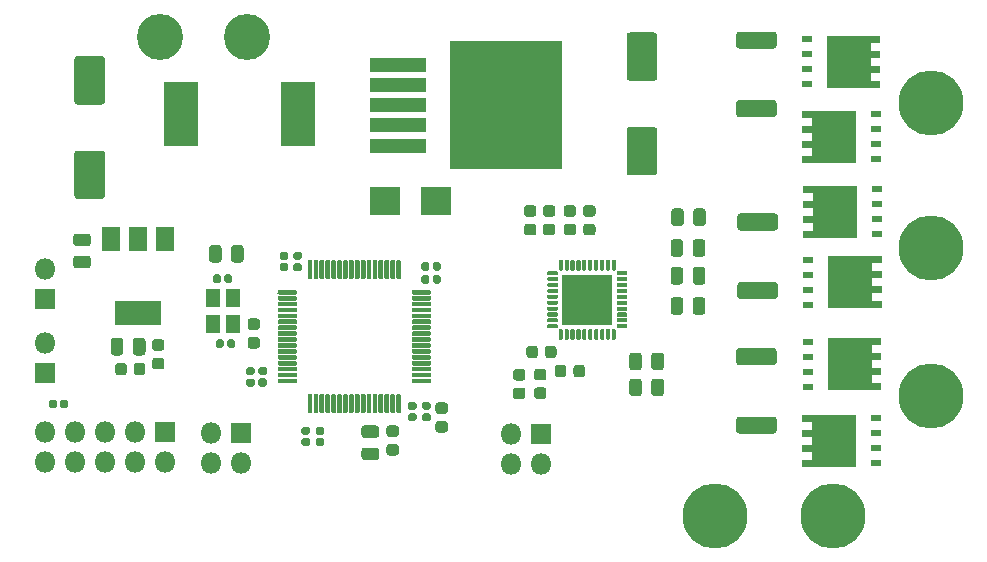
<source format=gbr>
%TF.GenerationSoftware,KiCad,Pcbnew,(5.1.6)-1*%
%TF.CreationDate,2021-03-31T23:30:28+02:00*%
%TF.ProjectId,DRIVER_8323_based,44524956-4552-45f3-9833-32335f626173,rev?*%
%TF.SameCoordinates,Original*%
%TF.FileFunction,Soldermask,Top*%
%TF.FilePolarity,Negative*%
%FSLAX46Y46*%
G04 Gerber Fmt 4.6, Leading zero omitted, Abs format (unit mm)*
G04 Created by KiCad (PCBNEW (5.1.6)-1) date 2021-03-31 23:30:28*
%MOMM*%
%LPD*%
G01*
G04 APERTURE LIST*
%ADD10C,0.100000*%
%ADD11R,0.950000X0.600000*%
%ADD12O,1.800000X1.800000*%
%ADD13R,1.800000X1.800000*%
%ADD14C,3.900000*%
%ADD15C,5.500000*%
%ADD16R,4.250000X4.250000*%
%ADD17R,9.500000X10.900000*%
%ADD18R,4.700000X1.200000*%
%ADD19R,1.600000X2.100000*%
%ADD20R,3.900000X2.100000*%
%ADD21R,3.000000X5.500000*%
%ADD22R,2.600000X2.400000*%
%ADD23R,1.300000X1.500000*%
G04 APERTURE END LIST*
D10*
%TO.C,Q6*%
G36*
X154700000Y-45120000D02*
G01*
X153900000Y-45120000D01*
X153900000Y-45790000D01*
X154700000Y-45790000D01*
X154700000Y-46390000D01*
X153900000Y-46390000D01*
X153900000Y-47060000D01*
X154700000Y-47060000D01*
X154700000Y-47660000D01*
X153900000Y-47660000D01*
X153900000Y-48330000D01*
X154700000Y-48330000D01*
X154700000Y-48930000D01*
X150150000Y-48930000D01*
X150150000Y-44520000D01*
X154700000Y-44520000D01*
X154700000Y-45120000D01*
G37*
D11*
X148475000Y-48630000D03*
X148475000Y-47360000D03*
X148475000Y-46090000D03*
X148475000Y-44820000D03*
%TD*%
D10*
%TO.C,Q5*%
G36*
X154800000Y-63795000D02*
G01*
X154000000Y-63795000D01*
X154000000Y-64465000D01*
X154800000Y-64465000D01*
X154800000Y-65065000D01*
X154000000Y-65065000D01*
X154000000Y-65735000D01*
X154800000Y-65735000D01*
X154800000Y-66335000D01*
X154000000Y-66335000D01*
X154000000Y-67005000D01*
X154800000Y-67005000D01*
X154800000Y-67605000D01*
X150250000Y-67605000D01*
X150250000Y-63195000D01*
X154800000Y-63195000D01*
X154800000Y-63795000D01*
G37*
D11*
X148575000Y-67305000D03*
X148575000Y-66035000D03*
X148575000Y-64765000D03*
X148575000Y-63495000D03*
%TD*%
D10*
%TO.C,Q4*%
G36*
X154775000Y-70745000D02*
G01*
X153975000Y-70745000D01*
X153975000Y-71415000D01*
X154775000Y-71415000D01*
X154775000Y-72015000D01*
X153975000Y-72015000D01*
X153975000Y-72685000D01*
X154775000Y-72685000D01*
X154775000Y-73285000D01*
X153975000Y-73285000D01*
X153975000Y-73955000D01*
X154775000Y-73955000D01*
X154775000Y-74555000D01*
X150225000Y-74555000D01*
X150225000Y-70145000D01*
X154775000Y-70145000D01*
X154775000Y-70745000D01*
G37*
D11*
X148550000Y-74255000D03*
X148550000Y-72985000D03*
X148550000Y-71715000D03*
X148550000Y-70445000D03*
%TD*%
D10*
%TO.C,Q3*%
G36*
X148075000Y-54680000D02*
G01*
X148875000Y-54680000D01*
X148875000Y-54010000D01*
X148075000Y-54010000D01*
X148075000Y-53410000D01*
X148875000Y-53410000D01*
X148875000Y-52740000D01*
X148075000Y-52740000D01*
X148075000Y-52140000D01*
X148875000Y-52140000D01*
X148875000Y-51470000D01*
X148075000Y-51470000D01*
X148075000Y-50870000D01*
X152625000Y-50870000D01*
X152625000Y-55280000D01*
X148075000Y-55280000D01*
X148075000Y-54680000D01*
G37*
D11*
X154300000Y-51170000D03*
X154300000Y-52440000D03*
X154300000Y-53710000D03*
X154300000Y-54980000D03*
%TD*%
D10*
%TO.C,Q2*%
G36*
X148150000Y-61030000D02*
G01*
X148950000Y-61030000D01*
X148950000Y-60360000D01*
X148150000Y-60360000D01*
X148150000Y-59760000D01*
X148950000Y-59760000D01*
X148950000Y-59090000D01*
X148150000Y-59090000D01*
X148150000Y-58490000D01*
X148950000Y-58490000D01*
X148950000Y-57820000D01*
X148150000Y-57820000D01*
X148150000Y-57220000D01*
X152700000Y-57220000D01*
X152700000Y-61630000D01*
X148150000Y-61630000D01*
X148150000Y-61030000D01*
G37*
D11*
X154375000Y-57520000D03*
X154375000Y-58790000D03*
X154375000Y-60060000D03*
X154375000Y-61330000D03*
%TD*%
D10*
%TO.C,Q1*%
G36*
X148075000Y-80405000D02*
G01*
X148875000Y-80405000D01*
X148875000Y-79735000D01*
X148075000Y-79735000D01*
X148075000Y-79135000D01*
X148875000Y-79135000D01*
X148875000Y-78465000D01*
X148075000Y-78465000D01*
X148075000Y-77865000D01*
X148875000Y-77865000D01*
X148875000Y-77195000D01*
X148075000Y-77195000D01*
X148075000Y-76595000D01*
X152625000Y-76595000D01*
X152625000Y-81005000D01*
X148075000Y-81005000D01*
X148075000Y-80405000D01*
G37*
D11*
X154300000Y-76895000D03*
X154300000Y-78165000D03*
X154300000Y-79435000D03*
X154300000Y-80705000D03*
%TD*%
D12*
%TO.C,J6*%
X84000000Y-64260000D03*
D13*
X84000000Y-66800000D03*
%TD*%
D12*
%TO.C,J2*%
X84000000Y-70560000D03*
D13*
X84000000Y-73100000D03*
%TD*%
D12*
%TO.C,J5*%
X83990000Y-80640000D03*
X83990000Y-78100000D03*
X86530000Y-80640000D03*
X86530000Y-78100000D03*
X89070000Y-80640000D03*
X89070000Y-78100000D03*
X91610000Y-80640000D03*
X91610000Y-78100000D03*
X94150000Y-80640000D03*
D13*
X94150000Y-78100000D03*
%TD*%
D12*
%TO.C,J3*%
X98060000Y-80740000D03*
X98060000Y-78200000D03*
X100600000Y-80740000D03*
D13*
X100600000Y-78200000D03*
%TD*%
D12*
%TO.C,J1*%
X123410000Y-80800000D03*
X123410000Y-78260000D03*
X125950000Y-80800000D03*
D13*
X125950000Y-78260000D03*
%TD*%
D14*
%TO.C,H7*%
X101100000Y-44600000D03*
%TD*%
%TO.C,H6*%
X93700000Y-44600000D03*
%TD*%
D15*
%TO.C,H5*%
X159000000Y-50250000D03*
%TD*%
%TO.C,H4*%
X159000000Y-62500000D03*
%TD*%
%TO.C,H3*%
X159000000Y-75000000D03*
%TD*%
%TO.C,H2*%
X140700000Y-85200000D03*
%TD*%
%TO.C,H1*%
X150700000Y-85200000D03*
%TD*%
%TO.C,R9*%
G36*
G01*
X135300000Y-72581250D02*
X135300000Y-71618750D01*
G75*
G02*
X135568750Y-71350000I268750J0D01*
G01*
X136106250Y-71350000D01*
G75*
G02*
X136375000Y-71618750I0J-268750D01*
G01*
X136375000Y-72581250D01*
G75*
G02*
X136106250Y-72850000I-268750J0D01*
G01*
X135568750Y-72850000D01*
G75*
G02*
X135300000Y-72581250I0J268750D01*
G01*
G37*
G36*
G01*
X133425000Y-72581250D02*
X133425000Y-71618750D01*
G75*
G02*
X133693750Y-71350000I268750J0D01*
G01*
X134231250Y-71350000D01*
G75*
G02*
X134500000Y-71618750I0J-268750D01*
G01*
X134500000Y-72581250D01*
G75*
G02*
X134231250Y-72850000I-268750J0D01*
G01*
X133693750Y-72850000D01*
G75*
G02*
X133425000Y-72581250I0J268750D01*
G01*
G37*
%TD*%
D16*
%TO.C,U2*%
X129880000Y-66879216D03*
G36*
G01*
X127317500Y-69304216D02*
X126567500Y-69304216D01*
G75*
G02*
X126480000Y-69216716I0J87500D01*
G01*
X126480000Y-69041716D01*
G75*
G02*
X126567500Y-68954216I87500J0D01*
G01*
X127317500Y-68954216D01*
G75*
G02*
X127405000Y-69041716I0J-87500D01*
G01*
X127405000Y-69216716D01*
G75*
G02*
X127317500Y-69304216I-87500J0D01*
G01*
G37*
G36*
G01*
X127317500Y-68804216D02*
X126567500Y-68804216D01*
G75*
G02*
X126480000Y-68716716I0J87500D01*
G01*
X126480000Y-68541716D01*
G75*
G02*
X126567500Y-68454216I87500J0D01*
G01*
X127317500Y-68454216D01*
G75*
G02*
X127405000Y-68541716I0J-87500D01*
G01*
X127405000Y-68716716D01*
G75*
G02*
X127317500Y-68804216I-87500J0D01*
G01*
G37*
G36*
G01*
X127317500Y-68304216D02*
X126567500Y-68304216D01*
G75*
G02*
X126480000Y-68216716I0J87500D01*
G01*
X126480000Y-68041716D01*
G75*
G02*
X126567500Y-67954216I87500J0D01*
G01*
X127317500Y-67954216D01*
G75*
G02*
X127405000Y-68041716I0J-87500D01*
G01*
X127405000Y-68216716D01*
G75*
G02*
X127317500Y-68304216I-87500J0D01*
G01*
G37*
G36*
G01*
X127317500Y-67804216D02*
X126567500Y-67804216D01*
G75*
G02*
X126480000Y-67716716I0J87500D01*
G01*
X126480000Y-67541716D01*
G75*
G02*
X126567500Y-67454216I87500J0D01*
G01*
X127317500Y-67454216D01*
G75*
G02*
X127405000Y-67541716I0J-87500D01*
G01*
X127405000Y-67716716D01*
G75*
G02*
X127317500Y-67804216I-87500J0D01*
G01*
G37*
G36*
G01*
X127317500Y-67304216D02*
X126567500Y-67304216D01*
G75*
G02*
X126480000Y-67216716I0J87500D01*
G01*
X126480000Y-67041716D01*
G75*
G02*
X126567500Y-66954216I87500J0D01*
G01*
X127317500Y-66954216D01*
G75*
G02*
X127405000Y-67041716I0J-87500D01*
G01*
X127405000Y-67216716D01*
G75*
G02*
X127317500Y-67304216I-87500J0D01*
G01*
G37*
G36*
G01*
X127317500Y-66804216D02*
X126567500Y-66804216D01*
G75*
G02*
X126480000Y-66716716I0J87500D01*
G01*
X126480000Y-66541716D01*
G75*
G02*
X126567500Y-66454216I87500J0D01*
G01*
X127317500Y-66454216D01*
G75*
G02*
X127405000Y-66541716I0J-87500D01*
G01*
X127405000Y-66716716D01*
G75*
G02*
X127317500Y-66804216I-87500J0D01*
G01*
G37*
G36*
G01*
X127317500Y-66304216D02*
X126567500Y-66304216D01*
G75*
G02*
X126480000Y-66216716I0J87500D01*
G01*
X126480000Y-66041716D01*
G75*
G02*
X126567500Y-65954216I87500J0D01*
G01*
X127317500Y-65954216D01*
G75*
G02*
X127405000Y-66041716I0J-87500D01*
G01*
X127405000Y-66216716D01*
G75*
G02*
X127317500Y-66304216I-87500J0D01*
G01*
G37*
G36*
G01*
X127317500Y-65804216D02*
X126567500Y-65804216D01*
G75*
G02*
X126480000Y-65716716I0J87500D01*
G01*
X126480000Y-65541716D01*
G75*
G02*
X126567500Y-65454216I87500J0D01*
G01*
X127317500Y-65454216D01*
G75*
G02*
X127405000Y-65541716I0J-87500D01*
G01*
X127405000Y-65716716D01*
G75*
G02*
X127317500Y-65804216I-87500J0D01*
G01*
G37*
G36*
G01*
X127317500Y-65304216D02*
X126567500Y-65304216D01*
G75*
G02*
X126480000Y-65216716I0J87500D01*
G01*
X126480000Y-65041716D01*
G75*
G02*
X126567500Y-64954216I87500J0D01*
G01*
X127317500Y-64954216D01*
G75*
G02*
X127405000Y-65041716I0J-87500D01*
G01*
X127405000Y-65216716D01*
G75*
G02*
X127317500Y-65304216I-87500J0D01*
G01*
G37*
G36*
G01*
X127317500Y-64804216D02*
X126567500Y-64804216D01*
G75*
G02*
X126480000Y-64716716I0J87500D01*
G01*
X126480000Y-64541716D01*
G75*
G02*
X126567500Y-64454216I87500J0D01*
G01*
X127317500Y-64454216D01*
G75*
G02*
X127405000Y-64541716I0J-87500D01*
G01*
X127405000Y-64716716D01*
G75*
G02*
X127317500Y-64804216I-87500J0D01*
G01*
G37*
G36*
G01*
X127717500Y-64404216D02*
X127542500Y-64404216D01*
G75*
G02*
X127455000Y-64316716I0J87500D01*
G01*
X127455000Y-63566716D01*
G75*
G02*
X127542500Y-63479216I87500J0D01*
G01*
X127717500Y-63479216D01*
G75*
G02*
X127805000Y-63566716I0J-87500D01*
G01*
X127805000Y-64316716D01*
G75*
G02*
X127717500Y-64404216I-87500J0D01*
G01*
G37*
G36*
G01*
X128217500Y-64404216D02*
X128042500Y-64404216D01*
G75*
G02*
X127955000Y-64316716I0J87500D01*
G01*
X127955000Y-63566716D01*
G75*
G02*
X128042500Y-63479216I87500J0D01*
G01*
X128217500Y-63479216D01*
G75*
G02*
X128305000Y-63566716I0J-87500D01*
G01*
X128305000Y-64316716D01*
G75*
G02*
X128217500Y-64404216I-87500J0D01*
G01*
G37*
G36*
G01*
X128717500Y-64404216D02*
X128542500Y-64404216D01*
G75*
G02*
X128455000Y-64316716I0J87500D01*
G01*
X128455000Y-63566716D01*
G75*
G02*
X128542500Y-63479216I87500J0D01*
G01*
X128717500Y-63479216D01*
G75*
G02*
X128805000Y-63566716I0J-87500D01*
G01*
X128805000Y-64316716D01*
G75*
G02*
X128717500Y-64404216I-87500J0D01*
G01*
G37*
G36*
G01*
X129217500Y-64404216D02*
X129042500Y-64404216D01*
G75*
G02*
X128955000Y-64316716I0J87500D01*
G01*
X128955000Y-63566716D01*
G75*
G02*
X129042500Y-63479216I87500J0D01*
G01*
X129217500Y-63479216D01*
G75*
G02*
X129305000Y-63566716I0J-87500D01*
G01*
X129305000Y-64316716D01*
G75*
G02*
X129217500Y-64404216I-87500J0D01*
G01*
G37*
G36*
G01*
X129717500Y-64404216D02*
X129542500Y-64404216D01*
G75*
G02*
X129455000Y-64316716I0J87500D01*
G01*
X129455000Y-63566716D01*
G75*
G02*
X129542500Y-63479216I87500J0D01*
G01*
X129717500Y-63479216D01*
G75*
G02*
X129805000Y-63566716I0J-87500D01*
G01*
X129805000Y-64316716D01*
G75*
G02*
X129717500Y-64404216I-87500J0D01*
G01*
G37*
G36*
G01*
X130217500Y-64404216D02*
X130042500Y-64404216D01*
G75*
G02*
X129955000Y-64316716I0J87500D01*
G01*
X129955000Y-63566716D01*
G75*
G02*
X130042500Y-63479216I87500J0D01*
G01*
X130217500Y-63479216D01*
G75*
G02*
X130305000Y-63566716I0J-87500D01*
G01*
X130305000Y-64316716D01*
G75*
G02*
X130217500Y-64404216I-87500J0D01*
G01*
G37*
G36*
G01*
X130717500Y-64404216D02*
X130542500Y-64404216D01*
G75*
G02*
X130455000Y-64316716I0J87500D01*
G01*
X130455000Y-63566716D01*
G75*
G02*
X130542500Y-63479216I87500J0D01*
G01*
X130717500Y-63479216D01*
G75*
G02*
X130805000Y-63566716I0J-87500D01*
G01*
X130805000Y-64316716D01*
G75*
G02*
X130717500Y-64404216I-87500J0D01*
G01*
G37*
G36*
G01*
X131217500Y-64404216D02*
X131042500Y-64404216D01*
G75*
G02*
X130955000Y-64316716I0J87500D01*
G01*
X130955000Y-63566716D01*
G75*
G02*
X131042500Y-63479216I87500J0D01*
G01*
X131217500Y-63479216D01*
G75*
G02*
X131305000Y-63566716I0J-87500D01*
G01*
X131305000Y-64316716D01*
G75*
G02*
X131217500Y-64404216I-87500J0D01*
G01*
G37*
G36*
G01*
X131717500Y-64404216D02*
X131542500Y-64404216D01*
G75*
G02*
X131455000Y-64316716I0J87500D01*
G01*
X131455000Y-63566716D01*
G75*
G02*
X131542500Y-63479216I87500J0D01*
G01*
X131717500Y-63479216D01*
G75*
G02*
X131805000Y-63566716I0J-87500D01*
G01*
X131805000Y-64316716D01*
G75*
G02*
X131717500Y-64404216I-87500J0D01*
G01*
G37*
G36*
G01*
X132217500Y-64404216D02*
X132042500Y-64404216D01*
G75*
G02*
X131955000Y-64316716I0J87500D01*
G01*
X131955000Y-63566716D01*
G75*
G02*
X132042500Y-63479216I87500J0D01*
G01*
X132217500Y-63479216D01*
G75*
G02*
X132305000Y-63566716I0J-87500D01*
G01*
X132305000Y-64316716D01*
G75*
G02*
X132217500Y-64404216I-87500J0D01*
G01*
G37*
G36*
G01*
X133192500Y-64804216D02*
X132442500Y-64804216D01*
G75*
G02*
X132355000Y-64716716I0J87500D01*
G01*
X132355000Y-64541716D01*
G75*
G02*
X132442500Y-64454216I87500J0D01*
G01*
X133192500Y-64454216D01*
G75*
G02*
X133280000Y-64541716I0J-87500D01*
G01*
X133280000Y-64716716D01*
G75*
G02*
X133192500Y-64804216I-87500J0D01*
G01*
G37*
G36*
G01*
X133192500Y-65304216D02*
X132442500Y-65304216D01*
G75*
G02*
X132355000Y-65216716I0J87500D01*
G01*
X132355000Y-65041716D01*
G75*
G02*
X132442500Y-64954216I87500J0D01*
G01*
X133192500Y-64954216D01*
G75*
G02*
X133280000Y-65041716I0J-87500D01*
G01*
X133280000Y-65216716D01*
G75*
G02*
X133192500Y-65304216I-87500J0D01*
G01*
G37*
G36*
G01*
X133192500Y-65804216D02*
X132442500Y-65804216D01*
G75*
G02*
X132355000Y-65716716I0J87500D01*
G01*
X132355000Y-65541716D01*
G75*
G02*
X132442500Y-65454216I87500J0D01*
G01*
X133192500Y-65454216D01*
G75*
G02*
X133280000Y-65541716I0J-87500D01*
G01*
X133280000Y-65716716D01*
G75*
G02*
X133192500Y-65804216I-87500J0D01*
G01*
G37*
G36*
G01*
X133192500Y-66304216D02*
X132442500Y-66304216D01*
G75*
G02*
X132355000Y-66216716I0J87500D01*
G01*
X132355000Y-66041716D01*
G75*
G02*
X132442500Y-65954216I87500J0D01*
G01*
X133192500Y-65954216D01*
G75*
G02*
X133280000Y-66041716I0J-87500D01*
G01*
X133280000Y-66216716D01*
G75*
G02*
X133192500Y-66304216I-87500J0D01*
G01*
G37*
G36*
G01*
X133192500Y-66804216D02*
X132442500Y-66804216D01*
G75*
G02*
X132355000Y-66716716I0J87500D01*
G01*
X132355000Y-66541716D01*
G75*
G02*
X132442500Y-66454216I87500J0D01*
G01*
X133192500Y-66454216D01*
G75*
G02*
X133280000Y-66541716I0J-87500D01*
G01*
X133280000Y-66716716D01*
G75*
G02*
X133192500Y-66804216I-87500J0D01*
G01*
G37*
G36*
G01*
X133192500Y-67304216D02*
X132442500Y-67304216D01*
G75*
G02*
X132355000Y-67216716I0J87500D01*
G01*
X132355000Y-67041716D01*
G75*
G02*
X132442500Y-66954216I87500J0D01*
G01*
X133192500Y-66954216D01*
G75*
G02*
X133280000Y-67041716I0J-87500D01*
G01*
X133280000Y-67216716D01*
G75*
G02*
X133192500Y-67304216I-87500J0D01*
G01*
G37*
G36*
G01*
X133192500Y-67804216D02*
X132442500Y-67804216D01*
G75*
G02*
X132355000Y-67716716I0J87500D01*
G01*
X132355000Y-67541716D01*
G75*
G02*
X132442500Y-67454216I87500J0D01*
G01*
X133192500Y-67454216D01*
G75*
G02*
X133280000Y-67541716I0J-87500D01*
G01*
X133280000Y-67716716D01*
G75*
G02*
X133192500Y-67804216I-87500J0D01*
G01*
G37*
G36*
G01*
X133192500Y-68304216D02*
X132442500Y-68304216D01*
G75*
G02*
X132355000Y-68216716I0J87500D01*
G01*
X132355000Y-68041716D01*
G75*
G02*
X132442500Y-67954216I87500J0D01*
G01*
X133192500Y-67954216D01*
G75*
G02*
X133280000Y-68041716I0J-87500D01*
G01*
X133280000Y-68216716D01*
G75*
G02*
X133192500Y-68304216I-87500J0D01*
G01*
G37*
G36*
G01*
X133192500Y-68804216D02*
X132442500Y-68804216D01*
G75*
G02*
X132355000Y-68716716I0J87500D01*
G01*
X132355000Y-68541716D01*
G75*
G02*
X132442500Y-68454216I87500J0D01*
G01*
X133192500Y-68454216D01*
G75*
G02*
X133280000Y-68541716I0J-87500D01*
G01*
X133280000Y-68716716D01*
G75*
G02*
X133192500Y-68804216I-87500J0D01*
G01*
G37*
G36*
G01*
X133192500Y-69304216D02*
X132442500Y-69304216D01*
G75*
G02*
X132355000Y-69216716I0J87500D01*
G01*
X132355000Y-69041716D01*
G75*
G02*
X132442500Y-68954216I87500J0D01*
G01*
X133192500Y-68954216D01*
G75*
G02*
X133280000Y-69041716I0J-87500D01*
G01*
X133280000Y-69216716D01*
G75*
G02*
X133192500Y-69304216I-87500J0D01*
G01*
G37*
G36*
G01*
X132217500Y-70279216D02*
X132042500Y-70279216D01*
G75*
G02*
X131955000Y-70191716I0J87500D01*
G01*
X131955000Y-69441716D01*
G75*
G02*
X132042500Y-69354216I87500J0D01*
G01*
X132217500Y-69354216D01*
G75*
G02*
X132305000Y-69441716I0J-87500D01*
G01*
X132305000Y-70191716D01*
G75*
G02*
X132217500Y-70279216I-87500J0D01*
G01*
G37*
G36*
G01*
X131717500Y-70279216D02*
X131542500Y-70279216D01*
G75*
G02*
X131455000Y-70191716I0J87500D01*
G01*
X131455000Y-69441716D01*
G75*
G02*
X131542500Y-69354216I87500J0D01*
G01*
X131717500Y-69354216D01*
G75*
G02*
X131805000Y-69441716I0J-87500D01*
G01*
X131805000Y-70191716D01*
G75*
G02*
X131717500Y-70279216I-87500J0D01*
G01*
G37*
G36*
G01*
X131217500Y-70279216D02*
X131042500Y-70279216D01*
G75*
G02*
X130955000Y-70191716I0J87500D01*
G01*
X130955000Y-69441716D01*
G75*
G02*
X131042500Y-69354216I87500J0D01*
G01*
X131217500Y-69354216D01*
G75*
G02*
X131305000Y-69441716I0J-87500D01*
G01*
X131305000Y-70191716D01*
G75*
G02*
X131217500Y-70279216I-87500J0D01*
G01*
G37*
G36*
G01*
X130717500Y-70279216D02*
X130542500Y-70279216D01*
G75*
G02*
X130455000Y-70191716I0J87500D01*
G01*
X130455000Y-69441716D01*
G75*
G02*
X130542500Y-69354216I87500J0D01*
G01*
X130717500Y-69354216D01*
G75*
G02*
X130805000Y-69441716I0J-87500D01*
G01*
X130805000Y-70191716D01*
G75*
G02*
X130717500Y-70279216I-87500J0D01*
G01*
G37*
G36*
G01*
X130217500Y-70279216D02*
X130042500Y-70279216D01*
G75*
G02*
X129955000Y-70191716I0J87500D01*
G01*
X129955000Y-69441716D01*
G75*
G02*
X130042500Y-69354216I87500J0D01*
G01*
X130217500Y-69354216D01*
G75*
G02*
X130305000Y-69441716I0J-87500D01*
G01*
X130305000Y-70191716D01*
G75*
G02*
X130217500Y-70279216I-87500J0D01*
G01*
G37*
G36*
G01*
X129717500Y-70279216D02*
X129542500Y-70279216D01*
G75*
G02*
X129455000Y-70191716I0J87500D01*
G01*
X129455000Y-69441716D01*
G75*
G02*
X129542500Y-69354216I87500J0D01*
G01*
X129717500Y-69354216D01*
G75*
G02*
X129805000Y-69441716I0J-87500D01*
G01*
X129805000Y-70191716D01*
G75*
G02*
X129717500Y-70279216I-87500J0D01*
G01*
G37*
G36*
G01*
X129217500Y-70279216D02*
X129042500Y-70279216D01*
G75*
G02*
X128955000Y-70191716I0J87500D01*
G01*
X128955000Y-69441716D01*
G75*
G02*
X129042500Y-69354216I87500J0D01*
G01*
X129217500Y-69354216D01*
G75*
G02*
X129305000Y-69441716I0J-87500D01*
G01*
X129305000Y-70191716D01*
G75*
G02*
X129217500Y-70279216I-87500J0D01*
G01*
G37*
G36*
G01*
X128717500Y-70279216D02*
X128542500Y-70279216D01*
G75*
G02*
X128455000Y-70191716I0J87500D01*
G01*
X128455000Y-69441716D01*
G75*
G02*
X128542500Y-69354216I87500J0D01*
G01*
X128717500Y-69354216D01*
G75*
G02*
X128805000Y-69441716I0J-87500D01*
G01*
X128805000Y-70191716D01*
G75*
G02*
X128717500Y-70279216I-87500J0D01*
G01*
G37*
G36*
G01*
X128217500Y-70279216D02*
X128042500Y-70279216D01*
G75*
G02*
X127955000Y-70191716I0J87500D01*
G01*
X127955000Y-69441716D01*
G75*
G02*
X128042500Y-69354216I87500J0D01*
G01*
X128217500Y-69354216D01*
G75*
G02*
X128305000Y-69441716I0J-87500D01*
G01*
X128305000Y-70191716D01*
G75*
G02*
X128217500Y-70279216I-87500J0D01*
G01*
G37*
G36*
G01*
X127717500Y-70279216D02*
X127542500Y-70279216D01*
G75*
G02*
X127455000Y-70191716I0J87500D01*
G01*
X127455000Y-69441716D01*
G75*
G02*
X127542500Y-69354216I87500J0D01*
G01*
X127717500Y-69354216D01*
G75*
G02*
X127805000Y-69441716I0J-87500D01*
G01*
X127805000Y-70191716D01*
G75*
G02*
X127717500Y-70279216I-87500J0D01*
G01*
G37*
%TD*%
%TO.C,C23*%
G36*
G01*
X84960000Y-75502500D02*
X84960000Y-75897500D01*
G75*
G02*
X84787500Y-76070000I-172500J0D01*
G01*
X84442500Y-76070000D01*
G75*
G02*
X84270000Y-75897500I0J172500D01*
G01*
X84270000Y-75502500D01*
G75*
G02*
X84442500Y-75330000I172500J0D01*
G01*
X84787500Y-75330000D01*
G75*
G02*
X84960000Y-75502500I0J-172500D01*
G01*
G37*
G36*
G01*
X85930000Y-75502500D02*
X85930000Y-75897500D01*
G75*
G02*
X85757500Y-76070000I-172500J0D01*
G01*
X85412500Y-76070000D01*
G75*
G02*
X85240000Y-75897500I0J172500D01*
G01*
X85240000Y-75502500D01*
G75*
G02*
X85412500Y-75330000I172500J0D01*
G01*
X85757500Y-75330000D01*
G75*
G02*
X85930000Y-75502500I0J-172500D01*
G01*
G37*
%TD*%
%TO.C,C22*%
G36*
G01*
X101152500Y-73550000D02*
X101547500Y-73550000D01*
G75*
G02*
X101720000Y-73722500I0J-172500D01*
G01*
X101720000Y-74067500D01*
G75*
G02*
X101547500Y-74240000I-172500J0D01*
G01*
X101152500Y-74240000D01*
G75*
G02*
X100980000Y-74067500I0J172500D01*
G01*
X100980000Y-73722500D01*
G75*
G02*
X101152500Y-73550000I172500J0D01*
G01*
G37*
G36*
G01*
X101152500Y-72580000D02*
X101547500Y-72580000D01*
G75*
G02*
X101720000Y-72752500I0J-172500D01*
G01*
X101720000Y-73097500D01*
G75*
G02*
X101547500Y-73270000I-172500J0D01*
G01*
X101152500Y-73270000D01*
G75*
G02*
X100980000Y-73097500I0J172500D01*
G01*
X100980000Y-72752500D01*
G75*
G02*
X101152500Y-72580000I172500J0D01*
G01*
G37*
%TD*%
%TO.C,R17*%
G36*
G01*
X125331250Y-59850000D02*
X124768750Y-59850000D01*
G75*
G02*
X124525000Y-59606250I0J243750D01*
G01*
X124525000Y-59118750D01*
G75*
G02*
X124768750Y-58875000I243750J0D01*
G01*
X125331250Y-58875000D01*
G75*
G02*
X125575000Y-59118750I0J-243750D01*
G01*
X125575000Y-59606250D01*
G75*
G02*
X125331250Y-59850000I-243750J0D01*
G01*
G37*
G36*
G01*
X125331250Y-61425000D02*
X124768750Y-61425000D01*
G75*
G02*
X124525000Y-61181250I0J243750D01*
G01*
X124525000Y-60693750D01*
G75*
G02*
X124768750Y-60450000I243750J0D01*
G01*
X125331250Y-60450000D01*
G75*
G02*
X125575000Y-60693750I0J-243750D01*
G01*
X125575000Y-61181250D01*
G75*
G02*
X125331250Y-61425000I-243750J0D01*
G01*
G37*
%TD*%
%TO.C,R16*%
G36*
G01*
X126931250Y-59850000D02*
X126368750Y-59850000D01*
G75*
G02*
X126125000Y-59606250I0J243750D01*
G01*
X126125000Y-59118750D01*
G75*
G02*
X126368750Y-58875000I243750J0D01*
G01*
X126931250Y-58875000D01*
G75*
G02*
X127175000Y-59118750I0J-243750D01*
G01*
X127175000Y-59606250D01*
G75*
G02*
X126931250Y-59850000I-243750J0D01*
G01*
G37*
G36*
G01*
X126931250Y-61425000D02*
X126368750Y-61425000D01*
G75*
G02*
X126125000Y-61181250I0J243750D01*
G01*
X126125000Y-60693750D01*
G75*
G02*
X126368750Y-60450000I243750J0D01*
G01*
X126931250Y-60450000D01*
G75*
G02*
X127175000Y-60693750I0J-243750D01*
G01*
X127175000Y-61181250D01*
G75*
G02*
X126931250Y-61425000I-243750J0D01*
G01*
G37*
%TD*%
%TO.C,R15*%
G36*
G01*
X128681250Y-59850000D02*
X128118750Y-59850000D01*
G75*
G02*
X127875000Y-59606250I0J243750D01*
G01*
X127875000Y-59118750D01*
G75*
G02*
X128118750Y-58875000I243750J0D01*
G01*
X128681250Y-58875000D01*
G75*
G02*
X128925000Y-59118750I0J-243750D01*
G01*
X128925000Y-59606250D01*
G75*
G02*
X128681250Y-59850000I-243750J0D01*
G01*
G37*
G36*
G01*
X128681250Y-61425000D02*
X128118750Y-61425000D01*
G75*
G02*
X127875000Y-61181250I0J243750D01*
G01*
X127875000Y-60693750D01*
G75*
G02*
X128118750Y-60450000I243750J0D01*
G01*
X128681250Y-60450000D01*
G75*
G02*
X128925000Y-60693750I0J-243750D01*
G01*
X128925000Y-61181250D01*
G75*
G02*
X128681250Y-61425000I-243750J0D01*
G01*
G37*
%TD*%
D17*
%TO.C,U4*%
X122975000Y-50425000D03*
D18*
X113825000Y-53825000D03*
X113825000Y-52125000D03*
X113825000Y-50425000D03*
X113825000Y-48725000D03*
X113825000Y-47025000D03*
%TD*%
D19*
%TO.C,U1*%
X94150000Y-61700000D03*
X89550000Y-61700000D03*
X91850000Y-61700000D03*
D20*
X91850000Y-68000000D03*
%TD*%
%TO.C,C16*%
G36*
G01*
X124395250Y-73723500D02*
X123832750Y-73723500D01*
G75*
G02*
X123589000Y-73479750I0J243750D01*
G01*
X123589000Y-72992250D01*
G75*
G02*
X123832750Y-72748500I243750J0D01*
G01*
X124395250Y-72748500D01*
G75*
G02*
X124639000Y-72992250I0J-243750D01*
G01*
X124639000Y-73479750D01*
G75*
G02*
X124395250Y-73723500I-243750J0D01*
G01*
G37*
G36*
G01*
X124395250Y-75298500D02*
X123832750Y-75298500D01*
G75*
G02*
X123589000Y-75054750I0J243750D01*
G01*
X123589000Y-74567250D01*
G75*
G02*
X123832750Y-74323500I243750J0D01*
G01*
X124395250Y-74323500D01*
G75*
G02*
X124639000Y-74567250I0J-243750D01*
G01*
X124639000Y-75054750D01*
G75*
G02*
X124395250Y-75298500I-243750J0D01*
G01*
G37*
%TD*%
%TO.C,R5*%
G36*
G01*
X101931250Y-69437500D02*
X101368750Y-69437500D01*
G75*
G02*
X101125000Y-69193750I0J243750D01*
G01*
X101125000Y-68706250D01*
G75*
G02*
X101368750Y-68462500I243750J0D01*
G01*
X101931250Y-68462500D01*
G75*
G02*
X102175000Y-68706250I0J-243750D01*
G01*
X102175000Y-69193750D01*
G75*
G02*
X101931250Y-69437500I-243750J0D01*
G01*
G37*
G36*
G01*
X101931250Y-71012500D02*
X101368750Y-71012500D01*
G75*
G02*
X101125000Y-70768750I0J243750D01*
G01*
X101125000Y-70281250D01*
G75*
G02*
X101368750Y-70037500I243750J0D01*
G01*
X101931250Y-70037500D01*
G75*
G02*
X102175000Y-70281250I0J-243750D01*
G01*
X102175000Y-70768750D01*
G75*
G02*
X101931250Y-71012500I-243750J0D01*
G01*
G37*
%TD*%
D21*
%TO.C,L1*%
X95450000Y-51150000D03*
X105350000Y-51150000D03*
%TD*%
D22*
%TO.C,D1*%
X117060000Y-58500000D03*
X112760000Y-58500000D03*
%TD*%
%TO.C,C14*%
G36*
G01*
X86710000Y-54250000D02*
X88790000Y-54250000D01*
G75*
G02*
X89050000Y-54510000I0J-260000D01*
G01*
X89050000Y-58090000D01*
G75*
G02*
X88790000Y-58350000I-260000J0D01*
G01*
X86710000Y-58350000D01*
G75*
G02*
X86450000Y-58090000I0J260000D01*
G01*
X86450000Y-54510000D01*
G75*
G02*
X86710000Y-54250000I260000J0D01*
G01*
G37*
G36*
G01*
X86710000Y-46250000D02*
X88790000Y-46250000D01*
G75*
G02*
X89050000Y-46510000I0J-260000D01*
G01*
X89050000Y-50090000D01*
G75*
G02*
X88790000Y-50350000I-260000J0D01*
G01*
X86710000Y-50350000D01*
G75*
G02*
X86450000Y-50090000I0J260000D01*
G01*
X86450000Y-46510000D01*
G75*
G02*
X86710000Y-46250000I260000J0D01*
G01*
G37*
%TD*%
%TO.C,C13*%
G36*
G01*
X133460000Y-52250000D02*
X135540000Y-52250000D01*
G75*
G02*
X135800000Y-52510000I0J-260000D01*
G01*
X135800000Y-56090000D01*
G75*
G02*
X135540000Y-56350000I-260000J0D01*
G01*
X133460000Y-56350000D01*
G75*
G02*
X133200000Y-56090000I0J260000D01*
G01*
X133200000Y-52510000D01*
G75*
G02*
X133460000Y-52250000I260000J0D01*
G01*
G37*
G36*
G01*
X133460000Y-44250000D02*
X135540000Y-44250000D01*
G75*
G02*
X135800000Y-44510000I0J-260000D01*
G01*
X135800000Y-48090000D01*
G75*
G02*
X135540000Y-48350000I-260000J0D01*
G01*
X133460000Y-48350000D01*
G75*
G02*
X133200000Y-48090000I0J260000D01*
G01*
X133200000Y-44510000D01*
G75*
G02*
X133460000Y-44250000I260000J0D01*
G01*
G37*
%TD*%
%TO.C,U3*%
G36*
G01*
X106200000Y-65050000D02*
X106200000Y-63600000D01*
G75*
G02*
X106300000Y-63500000I100000J0D01*
G01*
X106500000Y-63500000D01*
G75*
G02*
X106600000Y-63600000I0J-100000D01*
G01*
X106600000Y-65050000D01*
G75*
G02*
X106500000Y-65150000I-100000J0D01*
G01*
X106300000Y-65150000D01*
G75*
G02*
X106200000Y-65050000I0J100000D01*
G01*
G37*
G36*
G01*
X106700000Y-65050000D02*
X106700000Y-63600000D01*
G75*
G02*
X106800000Y-63500000I100000J0D01*
G01*
X107000000Y-63500000D01*
G75*
G02*
X107100000Y-63600000I0J-100000D01*
G01*
X107100000Y-65050000D01*
G75*
G02*
X107000000Y-65150000I-100000J0D01*
G01*
X106800000Y-65150000D01*
G75*
G02*
X106700000Y-65050000I0J100000D01*
G01*
G37*
G36*
G01*
X107200000Y-65050000D02*
X107200000Y-63600000D01*
G75*
G02*
X107300000Y-63500000I100000J0D01*
G01*
X107500000Y-63500000D01*
G75*
G02*
X107600000Y-63600000I0J-100000D01*
G01*
X107600000Y-65050000D01*
G75*
G02*
X107500000Y-65150000I-100000J0D01*
G01*
X107300000Y-65150000D01*
G75*
G02*
X107200000Y-65050000I0J100000D01*
G01*
G37*
G36*
G01*
X107700000Y-65050000D02*
X107700000Y-63600000D01*
G75*
G02*
X107800000Y-63500000I100000J0D01*
G01*
X108000000Y-63500000D01*
G75*
G02*
X108100000Y-63600000I0J-100000D01*
G01*
X108100000Y-65050000D01*
G75*
G02*
X108000000Y-65150000I-100000J0D01*
G01*
X107800000Y-65150000D01*
G75*
G02*
X107700000Y-65050000I0J100000D01*
G01*
G37*
G36*
G01*
X108200000Y-65050000D02*
X108200000Y-63600000D01*
G75*
G02*
X108300000Y-63500000I100000J0D01*
G01*
X108500000Y-63500000D01*
G75*
G02*
X108600000Y-63600000I0J-100000D01*
G01*
X108600000Y-65050000D01*
G75*
G02*
X108500000Y-65150000I-100000J0D01*
G01*
X108300000Y-65150000D01*
G75*
G02*
X108200000Y-65050000I0J100000D01*
G01*
G37*
G36*
G01*
X108700000Y-65050000D02*
X108700000Y-63600000D01*
G75*
G02*
X108800000Y-63500000I100000J0D01*
G01*
X109000000Y-63500000D01*
G75*
G02*
X109100000Y-63600000I0J-100000D01*
G01*
X109100000Y-65050000D01*
G75*
G02*
X109000000Y-65150000I-100000J0D01*
G01*
X108800000Y-65150000D01*
G75*
G02*
X108700000Y-65050000I0J100000D01*
G01*
G37*
G36*
G01*
X109200000Y-65050000D02*
X109200000Y-63600000D01*
G75*
G02*
X109300000Y-63500000I100000J0D01*
G01*
X109500000Y-63500000D01*
G75*
G02*
X109600000Y-63600000I0J-100000D01*
G01*
X109600000Y-65050000D01*
G75*
G02*
X109500000Y-65150000I-100000J0D01*
G01*
X109300000Y-65150000D01*
G75*
G02*
X109200000Y-65050000I0J100000D01*
G01*
G37*
G36*
G01*
X109700000Y-65050000D02*
X109700000Y-63600000D01*
G75*
G02*
X109800000Y-63500000I100000J0D01*
G01*
X110000000Y-63500000D01*
G75*
G02*
X110100000Y-63600000I0J-100000D01*
G01*
X110100000Y-65050000D01*
G75*
G02*
X110000000Y-65150000I-100000J0D01*
G01*
X109800000Y-65150000D01*
G75*
G02*
X109700000Y-65050000I0J100000D01*
G01*
G37*
G36*
G01*
X110200000Y-65050000D02*
X110200000Y-63600000D01*
G75*
G02*
X110300000Y-63500000I100000J0D01*
G01*
X110500000Y-63500000D01*
G75*
G02*
X110600000Y-63600000I0J-100000D01*
G01*
X110600000Y-65050000D01*
G75*
G02*
X110500000Y-65150000I-100000J0D01*
G01*
X110300000Y-65150000D01*
G75*
G02*
X110200000Y-65050000I0J100000D01*
G01*
G37*
G36*
G01*
X110700000Y-65050000D02*
X110700000Y-63600000D01*
G75*
G02*
X110800000Y-63500000I100000J0D01*
G01*
X111000000Y-63500000D01*
G75*
G02*
X111100000Y-63600000I0J-100000D01*
G01*
X111100000Y-65050000D01*
G75*
G02*
X111000000Y-65150000I-100000J0D01*
G01*
X110800000Y-65150000D01*
G75*
G02*
X110700000Y-65050000I0J100000D01*
G01*
G37*
G36*
G01*
X111200000Y-65050000D02*
X111200000Y-63600000D01*
G75*
G02*
X111300000Y-63500000I100000J0D01*
G01*
X111500000Y-63500000D01*
G75*
G02*
X111600000Y-63600000I0J-100000D01*
G01*
X111600000Y-65050000D01*
G75*
G02*
X111500000Y-65150000I-100000J0D01*
G01*
X111300000Y-65150000D01*
G75*
G02*
X111200000Y-65050000I0J100000D01*
G01*
G37*
G36*
G01*
X111700000Y-65050000D02*
X111700000Y-63600000D01*
G75*
G02*
X111800000Y-63500000I100000J0D01*
G01*
X112000000Y-63500000D01*
G75*
G02*
X112100000Y-63600000I0J-100000D01*
G01*
X112100000Y-65050000D01*
G75*
G02*
X112000000Y-65150000I-100000J0D01*
G01*
X111800000Y-65150000D01*
G75*
G02*
X111700000Y-65050000I0J100000D01*
G01*
G37*
G36*
G01*
X112200000Y-65050000D02*
X112200000Y-63600000D01*
G75*
G02*
X112300000Y-63500000I100000J0D01*
G01*
X112500000Y-63500000D01*
G75*
G02*
X112600000Y-63600000I0J-100000D01*
G01*
X112600000Y-65050000D01*
G75*
G02*
X112500000Y-65150000I-100000J0D01*
G01*
X112300000Y-65150000D01*
G75*
G02*
X112200000Y-65050000I0J100000D01*
G01*
G37*
G36*
G01*
X112700000Y-65050000D02*
X112700000Y-63600000D01*
G75*
G02*
X112800000Y-63500000I100000J0D01*
G01*
X113000000Y-63500000D01*
G75*
G02*
X113100000Y-63600000I0J-100000D01*
G01*
X113100000Y-65050000D01*
G75*
G02*
X113000000Y-65150000I-100000J0D01*
G01*
X112800000Y-65150000D01*
G75*
G02*
X112700000Y-65050000I0J100000D01*
G01*
G37*
G36*
G01*
X113200000Y-65050000D02*
X113200000Y-63600000D01*
G75*
G02*
X113300000Y-63500000I100000J0D01*
G01*
X113500000Y-63500000D01*
G75*
G02*
X113600000Y-63600000I0J-100000D01*
G01*
X113600000Y-65050000D01*
G75*
G02*
X113500000Y-65150000I-100000J0D01*
G01*
X113300000Y-65150000D01*
G75*
G02*
X113200000Y-65050000I0J100000D01*
G01*
G37*
G36*
G01*
X113700000Y-65050000D02*
X113700000Y-63600000D01*
G75*
G02*
X113800000Y-63500000I100000J0D01*
G01*
X114000000Y-63500000D01*
G75*
G02*
X114100000Y-63600000I0J-100000D01*
G01*
X114100000Y-65050000D01*
G75*
G02*
X114000000Y-65150000I-100000J0D01*
G01*
X113800000Y-65150000D01*
G75*
G02*
X113700000Y-65050000I0J100000D01*
G01*
G37*
G36*
G01*
X115000000Y-66350000D02*
X115000000Y-66150000D01*
G75*
G02*
X115100000Y-66050000I100000J0D01*
G01*
X116550000Y-66050000D01*
G75*
G02*
X116650000Y-66150000I0J-100000D01*
G01*
X116650000Y-66350000D01*
G75*
G02*
X116550000Y-66450000I-100000J0D01*
G01*
X115100000Y-66450000D01*
G75*
G02*
X115000000Y-66350000I0J100000D01*
G01*
G37*
G36*
G01*
X115000000Y-66850000D02*
X115000000Y-66650000D01*
G75*
G02*
X115100000Y-66550000I100000J0D01*
G01*
X116550000Y-66550000D01*
G75*
G02*
X116650000Y-66650000I0J-100000D01*
G01*
X116650000Y-66850000D01*
G75*
G02*
X116550000Y-66950000I-100000J0D01*
G01*
X115100000Y-66950000D01*
G75*
G02*
X115000000Y-66850000I0J100000D01*
G01*
G37*
G36*
G01*
X115000000Y-67350000D02*
X115000000Y-67150000D01*
G75*
G02*
X115100000Y-67050000I100000J0D01*
G01*
X116550000Y-67050000D01*
G75*
G02*
X116650000Y-67150000I0J-100000D01*
G01*
X116650000Y-67350000D01*
G75*
G02*
X116550000Y-67450000I-100000J0D01*
G01*
X115100000Y-67450000D01*
G75*
G02*
X115000000Y-67350000I0J100000D01*
G01*
G37*
G36*
G01*
X115000000Y-67850000D02*
X115000000Y-67650000D01*
G75*
G02*
X115100000Y-67550000I100000J0D01*
G01*
X116550000Y-67550000D01*
G75*
G02*
X116650000Y-67650000I0J-100000D01*
G01*
X116650000Y-67850000D01*
G75*
G02*
X116550000Y-67950000I-100000J0D01*
G01*
X115100000Y-67950000D01*
G75*
G02*
X115000000Y-67850000I0J100000D01*
G01*
G37*
G36*
G01*
X115000000Y-68350000D02*
X115000000Y-68150000D01*
G75*
G02*
X115100000Y-68050000I100000J0D01*
G01*
X116550000Y-68050000D01*
G75*
G02*
X116650000Y-68150000I0J-100000D01*
G01*
X116650000Y-68350000D01*
G75*
G02*
X116550000Y-68450000I-100000J0D01*
G01*
X115100000Y-68450000D01*
G75*
G02*
X115000000Y-68350000I0J100000D01*
G01*
G37*
G36*
G01*
X115000000Y-68850000D02*
X115000000Y-68650000D01*
G75*
G02*
X115100000Y-68550000I100000J0D01*
G01*
X116550000Y-68550000D01*
G75*
G02*
X116650000Y-68650000I0J-100000D01*
G01*
X116650000Y-68850000D01*
G75*
G02*
X116550000Y-68950000I-100000J0D01*
G01*
X115100000Y-68950000D01*
G75*
G02*
X115000000Y-68850000I0J100000D01*
G01*
G37*
G36*
G01*
X115000000Y-69350000D02*
X115000000Y-69150000D01*
G75*
G02*
X115100000Y-69050000I100000J0D01*
G01*
X116550000Y-69050000D01*
G75*
G02*
X116650000Y-69150000I0J-100000D01*
G01*
X116650000Y-69350000D01*
G75*
G02*
X116550000Y-69450000I-100000J0D01*
G01*
X115100000Y-69450000D01*
G75*
G02*
X115000000Y-69350000I0J100000D01*
G01*
G37*
G36*
G01*
X115000000Y-69850000D02*
X115000000Y-69650000D01*
G75*
G02*
X115100000Y-69550000I100000J0D01*
G01*
X116550000Y-69550000D01*
G75*
G02*
X116650000Y-69650000I0J-100000D01*
G01*
X116650000Y-69850000D01*
G75*
G02*
X116550000Y-69950000I-100000J0D01*
G01*
X115100000Y-69950000D01*
G75*
G02*
X115000000Y-69850000I0J100000D01*
G01*
G37*
G36*
G01*
X115000000Y-70350000D02*
X115000000Y-70150000D01*
G75*
G02*
X115100000Y-70050000I100000J0D01*
G01*
X116550000Y-70050000D01*
G75*
G02*
X116650000Y-70150000I0J-100000D01*
G01*
X116650000Y-70350000D01*
G75*
G02*
X116550000Y-70450000I-100000J0D01*
G01*
X115100000Y-70450000D01*
G75*
G02*
X115000000Y-70350000I0J100000D01*
G01*
G37*
G36*
G01*
X115000000Y-70850000D02*
X115000000Y-70650000D01*
G75*
G02*
X115100000Y-70550000I100000J0D01*
G01*
X116550000Y-70550000D01*
G75*
G02*
X116650000Y-70650000I0J-100000D01*
G01*
X116650000Y-70850000D01*
G75*
G02*
X116550000Y-70950000I-100000J0D01*
G01*
X115100000Y-70950000D01*
G75*
G02*
X115000000Y-70850000I0J100000D01*
G01*
G37*
G36*
G01*
X115000000Y-71350000D02*
X115000000Y-71150000D01*
G75*
G02*
X115100000Y-71050000I100000J0D01*
G01*
X116550000Y-71050000D01*
G75*
G02*
X116650000Y-71150000I0J-100000D01*
G01*
X116650000Y-71350000D01*
G75*
G02*
X116550000Y-71450000I-100000J0D01*
G01*
X115100000Y-71450000D01*
G75*
G02*
X115000000Y-71350000I0J100000D01*
G01*
G37*
G36*
G01*
X115000000Y-71850000D02*
X115000000Y-71650000D01*
G75*
G02*
X115100000Y-71550000I100000J0D01*
G01*
X116550000Y-71550000D01*
G75*
G02*
X116650000Y-71650000I0J-100000D01*
G01*
X116650000Y-71850000D01*
G75*
G02*
X116550000Y-71950000I-100000J0D01*
G01*
X115100000Y-71950000D01*
G75*
G02*
X115000000Y-71850000I0J100000D01*
G01*
G37*
G36*
G01*
X115000000Y-72350000D02*
X115000000Y-72150000D01*
G75*
G02*
X115100000Y-72050000I100000J0D01*
G01*
X116550000Y-72050000D01*
G75*
G02*
X116650000Y-72150000I0J-100000D01*
G01*
X116650000Y-72350000D01*
G75*
G02*
X116550000Y-72450000I-100000J0D01*
G01*
X115100000Y-72450000D01*
G75*
G02*
X115000000Y-72350000I0J100000D01*
G01*
G37*
G36*
G01*
X115000000Y-72850000D02*
X115000000Y-72650000D01*
G75*
G02*
X115100000Y-72550000I100000J0D01*
G01*
X116550000Y-72550000D01*
G75*
G02*
X116650000Y-72650000I0J-100000D01*
G01*
X116650000Y-72850000D01*
G75*
G02*
X116550000Y-72950000I-100000J0D01*
G01*
X115100000Y-72950000D01*
G75*
G02*
X115000000Y-72850000I0J100000D01*
G01*
G37*
G36*
G01*
X115000000Y-73350000D02*
X115000000Y-73150000D01*
G75*
G02*
X115100000Y-73050000I100000J0D01*
G01*
X116550000Y-73050000D01*
G75*
G02*
X116650000Y-73150000I0J-100000D01*
G01*
X116650000Y-73350000D01*
G75*
G02*
X116550000Y-73450000I-100000J0D01*
G01*
X115100000Y-73450000D01*
G75*
G02*
X115000000Y-73350000I0J100000D01*
G01*
G37*
G36*
G01*
X115000000Y-73850000D02*
X115000000Y-73650000D01*
G75*
G02*
X115100000Y-73550000I100000J0D01*
G01*
X116550000Y-73550000D01*
G75*
G02*
X116650000Y-73650000I0J-100000D01*
G01*
X116650000Y-73850000D01*
G75*
G02*
X116550000Y-73950000I-100000J0D01*
G01*
X115100000Y-73950000D01*
G75*
G02*
X115000000Y-73850000I0J100000D01*
G01*
G37*
G36*
G01*
X113700000Y-76400000D02*
X113700000Y-74950000D01*
G75*
G02*
X113800000Y-74850000I100000J0D01*
G01*
X114000000Y-74850000D01*
G75*
G02*
X114100000Y-74950000I0J-100000D01*
G01*
X114100000Y-76400000D01*
G75*
G02*
X114000000Y-76500000I-100000J0D01*
G01*
X113800000Y-76500000D01*
G75*
G02*
X113700000Y-76400000I0J100000D01*
G01*
G37*
G36*
G01*
X113200000Y-76400000D02*
X113200000Y-74950000D01*
G75*
G02*
X113300000Y-74850000I100000J0D01*
G01*
X113500000Y-74850000D01*
G75*
G02*
X113600000Y-74950000I0J-100000D01*
G01*
X113600000Y-76400000D01*
G75*
G02*
X113500000Y-76500000I-100000J0D01*
G01*
X113300000Y-76500000D01*
G75*
G02*
X113200000Y-76400000I0J100000D01*
G01*
G37*
G36*
G01*
X112700000Y-76400000D02*
X112700000Y-74950000D01*
G75*
G02*
X112800000Y-74850000I100000J0D01*
G01*
X113000000Y-74850000D01*
G75*
G02*
X113100000Y-74950000I0J-100000D01*
G01*
X113100000Y-76400000D01*
G75*
G02*
X113000000Y-76500000I-100000J0D01*
G01*
X112800000Y-76500000D01*
G75*
G02*
X112700000Y-76400000I0J100000D01*
G01*
G37*
G36*
G01*
X112200000Y-76400000D02*
X112200000Y-74950000D01*
G75*
G02*
X112300000Y-74850000I100000J0D01*
G01*
X112500000Y-74850000D01*
G75*
G02*
X112600000Y-74950000I0J-100000D01*
G01*
X112600000Y-76400000D01*
G75*
G02*
X112500000Y-76500000I-100000J0D01*
G01*
X112300000Y-76500000D01*
G75*
G02*
X112200000Y-76400000I0J100000D01*
G01*
G37*
G36*
G01*
X111700000Y-76400000D02*
X111700000Y-74950000D01*
G75*
G02*
X111800000Y-74850000I100000J0D01*
G01*
X112000000Y-74850000D01*
G75*
G02*
X112100000Y-74950000I0J-100000D01*
G01*
X112100000Y-76400000D01*
G75*
G02*
X112000000Y-76500000I-100000J0D01*
G01*
X111800000Y-76500000D01*
G75*
G02*
X111700000Y-76400000I0J100000D01*
G01*
G37*
G36*
G01*
X111200000Y-76400000D02*
X111200000Y-74950000D01*
G75*
G02*
X111300000Y-74850000I100000J0D01*
G01*
X111500000Y-74850000D01*
G75*
G02*
X111600000Y-74950000I0J-100000D01*
G01*
X111600000Y-76400000D01*
G75*
G02*
X111500000Y-76500000I-100000J0D01*
G01*
X111300000Y-76500000D01*
G75*
G02*
X111200000Y-76400000I0J100000D01*
G01*
G37*
G36*
G01*
X110700000Y-76400000D02*
X110700000Y-74950000D01*
G75*
G02*
X110800000Y-74850000I100000J0D01*
G01*
X111000000Y-74850000D01*
G75*
G02*
X111100000Y-74950000I0J-100000D01*
G01*
X111100000Y-76400000D01*
G75*
G02*
X111000000Y-76500000I-100000J0D01*
G01*
X110800000Y-76500000D01*
G75*
G02*
X110700000Y-76400000I0J100000D01*
G01*
G37*
G36*
G01*
X110200000Y-76400000D02*
X110200000Y-74950000D01*
G75*
G02*
X110300000Y-74850000I100000J0D01*
G01*
X110500000Y-74850000D01*
G75*
G02*
X110600000Y-74950000I0J-100000D01*
G01*
X110600000Y-76400000D01*
G75*
G02*
X110500000Y-76500000I-100000J0D01*
G01*
X110300000Y-76500000D01*
G75*
G02*
X110200000Y-76400000I0J100000D01*
G01*
G37*
G36*
G01*
X109700000Y-76400000D02*
X109700000Y-74950000D01*
G75*
G02*
X109800000Y-74850000I100000J0D01*
G01*
X110000000Y-74850000D01*
G75*
G02*
X110100000Y-74950000I0J-100000D01*
G01*
X110100000Y-76400000D01*
G75*
G02*
X110000000Y-76500000I-100000J0D01*
G01*
X109800000Y-76500000D01*
G75*
G02*
X109700000Y-76400000I0J100000D01*
G01*
G37*
G36*
G01*
X109200000Y-76400000D02*
X109200000Y-74950000D01*
G75*
G02*
X109300000Y-74850000I100000J0D01*
G01*
X109500000Y-74850000D01*
G75*
G02*
X109600000Y-74950000I0J-100000D01*
G01*
X109600000Y-76400000D01*
G75*
G02*
X109500000Y-76500000I-100000J0D01*
G01*
X109300000Y-76500000D01*
G75*
G02*
X109200000Y-76400000I0J100000D01*
G01*
G37*
G36*
G01*
X108700000Y-76400000D02*
X108700000Y-74950000D01*
G75*
G02*
X108800000Y-74850000I100000J0D01*
G01*
X109000000Y-74850000D01*
G75*
G02*
X109100000Y-74950000I0J-100000D01*
G01*
X109100000Y-76400000D01*
G75*
G02*
X109000000Y-76500000I-100000J0D01*
G01*
X108800000Y-76500000D01*
G75*
G02*
X108700000Y-76400000I0J100000D01*
G01*
G37*
G36*
G01*
X108200000Y-76400000D02*
X108200000Y-74950000D01*
G75*
G02*
X108300000Y-74850000I100000J0D01*
G01*
X108500000Y-74850000D01*
G75*
G02*
X108600000Y-74950000I0J-100000D01*
G01*
X108600000Y-76400000D01*
G75*
G02*
X108500000Y-76500000I-100000J0D01*
G01*
X108300000Y-76500000D01*
G75*
G02*
X108200000Y-76400000I0J100000D01*
G01*
G37*
G36*
G01*
X107700000Y-76400000D02*
X107700000Y-74950000D01*
G75*
G02*
X107800000Y-74850000I100000J0D01*
G01*
X108000000Y-74850000D01*
G75*
G02*
X108100000Y-74950000I0J-100000D01*
G01*
X108100000Y-76400000D01*
G75*
G02*
X108000000Y-76500000I-100000J0D01*
G01*
X107800000Y-76500000D01*
G75*
G02*
X107700000Y-76400000I0J100000D01*
G01*
G37*
G36*
G01*
X107200000Y-76400000D02*
X107200000Y-74950000D01*
G75*
G02*
X107300000Y-74850000I100000J0D01*
G01*
X107500000Y-74850000D01*
G75*
G02*
X107600000Y-74950000I0J-100000D01*
G01*
X107600000Y-76400000D01*
G75*
G02*
X107500000Y-76500000I-100000J0D01*
G01*
X107300000Y-76500000D01*
G75*
G02*
X107200000Y-76400000I0J100000D01*
G01*
G37*
G36*
G01*
X106700000Y-76400000D02*
X106700000Y-74950000D01*
G75*
G02*
X106800000Y-74850000I100000J0D01*
G01*
X107000000Y-74850000D01*
G75*
G02*
X107100000Y-74950000I0J-100000D01*
G01*
X107100000Y-76400000D01*
G75*
G02*
X107000000Y-76500000I-100000J0D01*
G01*
X106800000Y-76500000D01*
G75*
G02*
X106700000Y-76400000I0J100000D01*
G01*
G37*
G36*
G01*
X106200000Y-76400000D02*
X106200000Y-74950000D01*
G75*
G02*
X106300000Y-74850000I100000J0D01*
G01*
X106500000Y-74850000D01*
G75*
G02*
X106600000Y-74950000I0J-100000D01*
G01*
X106600000Y-76400000D01*
G75*
G02*
X106500000Y-76500000I-100000J0D01*
G01*
X106300000Y-76500000D01*
G75*
G02*
X106200000Y-76400000I0J100000D01*
G01*
G37*
G36*
G01*
X103650000Y-73850000D02*
X103650000Y-73650000D01*
G75*
G02*
X103750000Y-73550000I100000J0D01*
G01*
X105200000Y-73550000D01*
G75*
G02*
X105300000Y-73650000I0J-100000D01*
G01*
X105300000Y-73850000D01*
G75*
G02*
X105200000Y-73950000I-100000J0D01*
G01*
X103750000Y-73950000D01*
G75*
G02*
X103650000Y-73850000I0J100000D01*
G01*
G37*
G36*
G01*
X103650000Y-73350000D02*
X103650000Y-73150000D01*
G75*
G02*
X103750000Y-73050000I100000J0D01*
G01*
X105200000Y-73050000D01*
G75*
G02*
X105300000Y-73150000I0J-100000D01*
G01*
X105300000Y-73350000D01*
G75*
G02*
X105200000Y-73450000I-100000J0D01*
G01*
X103750000Y-73450000D01*
G75*
G02*
X103650000Y-73350000I0J100000D01*
G01*
G37*
G36*
G01*
X103650000Y-72850000D02*
X103650000Y-72650000D01*
G75*
G02*
X103750000Y-72550000I100000J0D01*
G01*
X105200000Y-72550000D01*
G75*
G02*
X105300000Y-72650000I0J-100000D01*
G01*
X105300000Y-72850000D01*
G75*
G02*
X105200000Y-72950000I-100000J0D01*
G01*
X103750000Y-72950000D01*
G75*
G02*
X103650000Y-72850000I0J100000D01*
G01*
G37*
G36*
G01*
X103650000Y-72350000D02*
X103650000Y-72150000D01*
G75*
G02*
X103750000Y-72050000I100000J0D01*
G01*
X105200000Y-72050000D01*
G75*
G02*
X105300000Y-72150000I0J-100000D01*
G01*
X105300000Y-72350000D01*
G75*
G02*
X105200000Y-72450000I-100000J0D01*
G01*
X103750000Y-72450000D01*
G75*
G02*
X103650000Y-72350000I0J100000D01*
G01*
G37*
G36*
G01*
X103650000Y-71850000D02*
X103650000Y-71650000D01*
G75*
G02*
X103750000Y-71550000I100000J0D01*
G01*
X105200000Y-71550000D01*
G75*
G02*
X105300000Y-71650000I0J-100000D01*
G01*
X105300000Y-71850000D01*
G75*
G02*
X105200000Y-71950000I-100000J0D01*
G01*
X103750000Y-71950000D01*
G75*
G02*
X103650000Y-71850000I0J100000D01*
G01*
G37*
G36*
G01*
X103650000Y-71350000D02*
X103650000Y-71150000D01*
G75*
G02*
X103750000Y-71050000I100000J0D01*
G01*
X105200000Y-71050000D01*
G75*
G02*
X105300000Y-71150000I0J-100000D01*
G01*
X105300000Y-71350000D01*
G75*
G02*
X105200000Y-71450000I-100000J0D01*
G01*
X103750000Y-71450000D01*
G75*
G02*
X103650000Y-71350000I0J100000D01*
G01*
G37*
G36*
G01*
X103650000Y-70850000D02*
X103650000Y-70650000D01*
G75*
G02*
X103750000Y-70550000I100000J0D01*
G01*
X105200000Y-70550000D01*
G75*
G02*
X105300000Y-70650000I0J-100000D01*
G01*
X105300000Y-70850000D01*
G75*
G02*
X105200000Y-70950000I-100000J0D01*
G01*
X103750000Y-70950000D01*
G75*
G02*
X103650000Y-70850000I0J100000D01*
G01*
G37*
G36*
G01*
X103650000Y-70350000D02*
X103650000Y-70150000D01*
G75*
G02*
X103750000Y-70050000I100000J0D01*
G01*
X105200000Y-70050000D01*
G75*
G02*
X105300000Y-70150000I0J-100000D01*
G01*
X105300000Y-70350000D01*
G75*
G02*
X105200000Y-70450000I-100000J0D01*
G01*
X103750000Y-70450000D01*
G75*
G02*
X103650000Y-70350000I0J100000D01*
G01*
G37*
G36*
G01*
X103650000Y-69850000D02*
X103650000Y-69650000D01*
G75*
G02*
X103750000Y-69550000I100000J0D01*
G01*
X105200000Y-69550000D01*
G75*
G02*
X105300000Y-69650000I0J-100000D01*
G01*
X105300000Y-69850000D01*
G75*
G02*
X105200000Y-69950000I-100000J0D01*
G01*
X103750000Y-69950000D01*
G75*
G02*
X103650000Y-69850000I0J100000D01*
G01*
G37*
G36*
G01*
X103650000Y-69350000D02*
X103650000Y-69150000D01*
G75*
G02*
X103750000Y-69050000I100000J0D01*
G01*
X105200000Y-69050000D01*
G75*
G02*
X105300000Y-69150000I0J-100000D01*
G01*
X105300000Y-69350000D01*
G75*
G02*
X105200000Y-69450000I-100000J0D01*
G01*
X103750000Y-69450000D01*
G75*
G02*
X103650000Y-69350000I0J100000D01*
G01*
G37*
G36*
G01*
X103650000Y-68850000D02*
X103650000Y-68650000D01*
G75*
G02*
X103750000Y-68550000I100000J0D01*
G01*
X105200000Y-68550000D01*
G75*
G02*
X105300000Y-68650000I0J-100000D01*
G01*
X105300000Y-68850000D01*
G75*
G02*
X105200000Y-68950000I-100000J0D01*
G01*
X103750000Y-68950000D01*
G75*
G02*
X103650000Y-68850000I0J100000D01*
G01*
G37*
G36*
G01*
X103650000Y-68350000D02*
X103650000Y-68150000D01*
G75*
G02*
X103750000Y-68050000I100000J0D01*
G01*
X105200000Y-68050000D01*
G75*
G02*
X105300000Y-68150000I0J-100000D01*
G01*
X105300000Y-68350000D01*
G75*
G02*
X105200000Y-68450000I-100000J0D01*
G01*
X103750000Y-68450000D01*
G75*
G02*
X103650000Y-68350000I0J100000D01*
G01*
G37*
G36*
G01*
X103650000Y-67850000D02*
X103650000Y-67650000D01*
G75*
G02*
X103750000Y-67550000I100000J0D01*
G01*
X105200000Y-67550000D01*
G75*
G02*
X105300000Y-67650000I0J-100000D01*
G01*
X105300000Y-67850000D01*
G75*
G02*
X105200000Y-67950000I-100000J0D01*
G01*
X103750000Y-67950000D01*
G75*
G02*
X103650000Y-67850000I0J100000D01*
G01*
G37*
G36*
G01*
X103650000Y-67350000D02*
X103650000Y-67150000D01*
G75*
G02*
X103750000Y-67050000I100000J0D01*
G01*
X105200000Y-67050000D01*
G75*
G02*
X105300000Y-67150000I0J-100000D01*
G01*
X105300000Y-67350000D01*
G75*
G02*
X105200000Y-67450000I-100000J0D01*
G01*
X103750000Y-67450000D01*
G75*
G02*
X103650000Y-67350000I0J100000D01*
G01*
G37*
G36*
G01*
X103650000Y-66850000D02*
X103650000Y-66650000D01*
G75*
G02*
X103750000Y-66550000I100000J0D01*
G01*
X105200000Y-66550000D01*
G75*
G02*
X105300000Y-66650000I0J-100000D01*
G01*
X105300000Y-66850000D01*
G75*
G02*
X105200000Y-66950000I-100000J0D01*
G01*
X103750000Y-66950000D01*
G75*
G02*
X103650000Y-66850000I0J100000D01*
G01*
G37*
G36*
G01*
X103650000Y-66350000D02*
X103650000Y-66150000D01*
G75*
G02*
X103750000Y-66050000I100000J0D01*
G01*
X105200000Y-66050000D01*
G75*
G02*
X105300000Y-66150000I0J-100000D01*
G01*
X105300000Y-66350000D01*
G75*
G02*
X105200000Y-66450000I-100000J0D01*
G01*
X103750000Y-66450000D01*
G75*
G02*
X103650000Y-66350000I0J100000D01*
G01*
G37*
%TD*%
%TO.C,R3*%
G36*
G01*
X111024750Y-79394000D02*
X111987250Y-79394000D01*
G75*
G02*
X112256000Y-79662750I0J-268750D01*
G01*
X112256000Y-80200250D01*
G75*
G02*
X111987250Y-80469000I-268750J0D01*
G01*
X111024750Y-80469000D01*
G75*
G02*
X110756000Y-80200250I0J268750D01*
G01*
X110756000Y-79662750D01*
G75*
G02*
X111024750Y-79394000I268750J0D01*
G01*
G37*
G36*
G01*
X111024750Y-77519000D02*
X111987250Y-77519000D01*
G75*
G02*
X112256000Y-77787750I0J-268750D01*
G01*
X112256000Y-78325250D01*
G75*
G02*
X111987250Y-78594000I-268750J0D01*
G01*
X111024750Y-78594000D01*
G75*
G02*
X110756000Y-78325250I0J268750D01*
G01*
X110756000Y-77787750D01*
G75*
G02*
X111024750Y-77519000I268750J0D01*
G01*
G37*
%TD*%
%TO.C,R2*%
G36*
G01*
X98914000Y-62510750D02*
X98914000Y-63473250D01*
G75*
G02*
X98645250Y-63742000I-268750J0D01*
G01*
X98107750Y-63742000D01*
G75*
G02*
X97839000Y-63473250I0J268750D01*
G01*
X97839000Y-62510750D01*
G75*
G02*
X98107750Y-62242000I268750J0D01*
G01*
X98645250Y-62242000D01*
G75*
G02*
X98914000Y-62510750I0J-268750D01*
G01*
G37*
G36*
G01*
X100789000Y-62510750D02*
X100789000Y-63473250D01*
G75*
G02*
X100520250Y-63742000I-268750J0D01*
G01*
X99982750Y-63742000D01*
G75*
G02*
X99714000Y-63473250I0J268750D01*
G01*
X99714000Y-62510750D01*
G75*
G02*
X99982750Y-62242000I268750J0D01*
G01*
X100520250Y-62242000D01*
G75*
G02*
X100789000Y-62510750I0J-268750D01*
G01*
G37*
%TD*%
%TO.C,R1*%
G36*
G01*
X90890000Y-72468750D02*
X90890000Y-73031250D01*
G75*
G02*
X90646250Y-73275000I-243750J0D01*
G01*
X90158750Y-73275000D01*
G75*
G02*
X89915000Y-73031250I0J243750D01*
G01*
X89915000Y-72468750D01*
G75*
G02*
X90158750Y-72225000I243750J0D01*
G01*
X90646250Y-72225000D01*
G75*
G02*
X90890000Y-72468750I0J-243750D01*
G01*
G37*
G36*
G01*
X92465000Y-72468750D02*
X92465000Y-73031250D01*
G75*
G02*
X92221250Y-73275000I-243750J0D01*
G01*
X91733750Y-73275000D01*
G75*
G02*
X91490000Y-73031250I0J243750D01*
G01*
X91490000Y-72468750D01*
G75*
G02*
X91733750Y-72225000I243750J0D01*
G01*
X92221250Y-72225000D01*
G75*
G02*
X92465000Y-72468750I0J-243750D01*
G01*
G37*
%TD*%
D23*
%TO.C,HSE1*%
X99850000Y-66750000D03*
X99850000Y-68950000D03*
X98150000Y-68950000D03*
X98150000Y-66750000D03*
%TD*%
%TO.C,D2*%
G36*
G01*
X93831250Y-71200000D02*
X93268750Y-71200000D01*
G75*
G02*
X93025000Y-70956250I0J243750D01*
G01*
X93025000Y-70468750D01*
G75*
G02*
X93268750Y-70225000I243750J0D01*
G01*
X93831250Y-70225000D01*
G75*
G02*
X94075000Y-70468750I0J-243750D01*
G01*
X94075000Y-70956250D01*
G75*
G02*
X93831250Y-71200000I-243750J0D01*
G01*
G37*
G36*
G01*
X93831250Y-72775000D02*
X93268750Y-72775000D01*
G75*
G02*
X93025000Y-72531250I0J243750D01*
G01*
X93025000Y-72043750D01*
G75*
G02*
X93268750Y-71800000I243750J0D01*
G01*
X93831250Y-71800000D01*
G75*
G02*
X94075000Y-72043750I0J-243750D01*
G01*
X94075000Y-72531250D01*
G75*
G02*
X93831250Y-72775000I-243750J0D01*
G01*
G37*
%TD*%
%TO.C,C21*%
G36*
G01*
X99110000Y-70402500D02*
X99110000Y-70797500D01*
G75*
G02*
X98937500Y-70970000I-172500J0D01*
G01*
X98592500Y-70970000D01*
G75*
G02*
X98420000Y-70797500I0J172500D01*
G01*
X98420000Y-70402500D01*
G75*
G02*
X98592500Y-70230000I172500J0D01*
G01*
X98937500Y-70230000D01*
G75*
G02*
X99110000Y-70402500I0J-172500D01*
G01*
G37*
G36*
G01*
X100080000Y-70402500D02*
X100080000Y-70797500D01*
G75*
G02*
X99907500Y-70970000I-172500J0D01*
G01*
X99562500Y-70970000D01*
G75*
G02*
X99390000Y-70797500I0J172500D01*
G01*
X99390000Y-70402500D01*
G75*
G02*
X99562500Y-70230000I172500J0D01*
G01*
X99907500Y-70230000D01*
G75*
G02*
X100080000Y-70402500I0J-172500D01*
G01*
G37*
%TD*%
%TO.C,C20*%
G36*
G01*
X99140000Y-65297500D02*
X99140000Y-64902500D01*
G75*
G02*
X99312500Y-64730000I172500J0D01*
G01*
X99657500Y-64730000D01*
G75*
G02*
X99830000Y-64902500I0J-172500D01*
G01*
X99830000Y-65297500D01*
G75*
G02*
X99657500Y-65470000I-172500J0D01*
G01*
X99312500Y-65470000D01*
G75*
G02*
X99140000Y-65297500I0J172500D01*
G01*
G37*
G36*
G01*
X98170000Y-65297500D02*
X98170000Y-64902500D01*
G75*
G02*
X98342500Y-64730000I172500J0D01*
G01*
X98687500Y-64730000D01*
G75*
G02*
X98860000Y-64902500I0J-172500D01*
G01*
X98860000Y-65297500D01*
G75*
G02*
X98687500Y-65470000I-172500J0D01*
G01*
X98342500Y-65470000D01*
G75*
G02*
X98170000Y-65297500I0J172500D01*
G01*
G37*
%TD*%
%TO.C,C19*%
G36*
G01*
X113118750Y-79100000D02*
X113681250Y-79100000D01*
G75*
G02*
X113925000Y-79343750I0J-243750D01*
G01*
X113925000Y-79831250D01*
G75*
G02*
X113681250Y-80075000I-243750J0D01*
G01*
X113118750Y-80075000D01*
G75*
G02*
X112875000Y-79831250I0J243750D01*
G01*
X112875000Y-79343750D01*
G75*
G02*
X113118750Y-79100000I243750J0D01*
G01*
G37*
G36*
G01*
X113118750Y-77525000D02*
X113681250Y-77525000D01*
G75*
G02*
X113925000Y-77768750I0J-243750D01*
G01*
X113925000Y-78256250D01*
G75*
G02*
X113681250Y-78500000I-243750J0D01*
G01*
X113118750Y-78500000D01*
G75*
G02*
X112875000Y-78256250I0J243750D01*
G01*
X112875000Y-77768750D01*
G75*
G02*
X113118750Y-77525000I243750J0D01*
G01*
G37*
%TD*%
%TO.C,C12*%
G36*
G01*
X107052500Y-78605000D02*
X107447500Y-78605000D01*
G75*
G02*
X107620000Y-78777500I0J-172500D01*
G01*
X107620000Y-79122500D01*
G75*
G02*
X107447500Y-79295000I-172500J0D01*
G01*
X107052500Y-79295000D01*
G75*
G02*
X106880000Y-79122500I0J172500D01*
G01*
X106880000Y-78777500D01*
G75*
G02*
X107052500Y-78605000I172500J0D01*
G01*
G37*
G36*
G01*
X107052500Y-77635000D02*
X107447500Y-77635000D01*
G75*
G02*
X107620000Y-77807500I0J-172500D01*
G01*
X107620000Y-78152500D01*
G75*
G02*
X107447500Y-78325000I-172500J0D01*
G01*
X107052500Y-78325000D01*
G75*
G02*
X106880000Y-78152500I0J172500D01*
G01*
X106880000Y-77807500D01*
G75*
G02*
X107052500Y-77635000I172500J0D01*
G01*
G37*
%TD*%
%TO.C,C11*%
G36*
G01*
X105852500Y-78590000D02*
X106247500Y-78590000D01*
G75*
G02*
X106420000Y-78762500I0J-172500D01*
G01*
X106420000Y-79107500D01*
G75*
G02*
X106247500Y-79280000I-172500J0D01*
G01*
X105852500Y-79280000D01*
G75*
G02*
X105680000Y-79107500I0J172500D01*
G01*
X105680000Y-78762500D01*
G75*
G02*
X105852500Y-78590000I172500J0D01*
G01*
G37*
G36*
G01*
X105852500Y-77620000D02*
X106247500Y-77620000D01*
G75*
G02*
X106420000Y-77792500I0J-172500D01*
G01*
X106420000Y-78137500D01*
G75*
G02*
X106247500Y-78310000I-172500J0D01*
G01*
X105852500Y-78310000D01*
G75*
G02*
X105680000Y-78137500I0J172500D01*
G01*
X105680000Y-77792500D01*
G75*
G02*
X105852500Y-77620000I172500J0D01*
G01*
G37*
%TD*%
%TO.C,C10*%
G36*
G01*
X114852500Y-76490000D02*
X115247500Y-76490000D01*
G75*
G02*
X115420000Y-76662500I0J-172500D01*
G01*
X115420000Y-77007500D01*
G75*
G02*
X115247500Y-77180000I-172500J0D01*
G01*
X114852500Y-77180000D01*
G75*
G02*
X114680000Y-77007500I0J172500D01*
G01*
X114680000Y-76662500D01*
G75*
G02*
X114852500Y-76490000I172500J0D01*
G01*
G37*
G36*
G01*
X114852500Y-75520000D02*
X115247500Y-75520000D01*
G75*
G02*
X115420000Y-75692500I0J-172500D01*
G01*
X115420000Y-76037500D01*
G75*
G02*
X115247500Y-76210000I-172500J0D01*
G01*
X114852500Y-76210000D01*
G75*
G02*
X114680000Y-76037500I0J172500D01*
G01*
X114680000Y-75692500D01*
G75*
G02*
X114852500Y-75520000I172500J0D01*
G01*
G37*
%TD*%
%TO.C,C9*%
G36*
G01*
X116052500Y-76490000D02*
X116447500Y-76490000D01*
G75*
G02*
X116620000Y-76662500I0J-172500D01*
G01*
X116620000Y-77007500D01*
G75*
G02*
X116447500Y-77180000I-172500J0D01*
G01*
X116052500Y-77180000D01*
G75*
G02*
X115880000Y-77007500I0J172500D01*
G01*
X115880000Y-76662500D01*
G75*
G02*
X116052500Y-76490000I172500J0D01*
G01*
G37*
G36*
G01*
X116052500Y-75520000D02*
X116447500Y-75520000D01*
G75*
G02*
X116620000Y-75692500I0J-172500D01*
G01*
X116620000Y-76037500D01*
G75*
G02*
X116447500Y-76210000I-172500J0D01*
G01*
X116052500Y-76210000D01*
G75*
G02*
X115880000Y-76037500I0J172500D01*
G01*
X115880000Y-75692500D01*
G75*
G02*
X116052500Y-75520000I172500J0D01*
G01*
G37*
%TD*%
%TO.C,C8*%
G36*
G01*
X116790000Y-65347500D02*
X116790000Y-64952500D01*
G75*
G02*
X116962500Y-64780000I172500J0D01*
G01*
X117307500Y-64780000D01*
G75*
G02*
X117480000Y-64952500I0J-172500D01*
G01*
X117480000Y-65347500D01*
G75*
G02*
X117307500Y-65520000I-172500J0D01*
G01*
X116962500Y-65520000D01*
G75*
G02*
X116790000Y-65347500I0J172500D01*
G01*
G37*
G36*
G01*
X115820000Y-65347500D02*
X115820000Y-64952500D01*
G75*
G02*
X115992500Y-64780000I172500J0D01*
G01*
X116337500Y-64780000D01*
G75*
G02*
X116510000Y-64952500I0J-172500D01*
G01*
X116510000Y-65347500D01*
G75*
G02*
X116337500Y-65520000I-172500J0D01*
G01*
X115992500Y-65520000D01*
G75*
G02*
X115820000Y-65347500I0J172500D01*
G01*
G37*
%TD*%
%TO.C,C7*%
G36*
G01*
X116790000Y-64247500D02*
X116790000Y-63852500D01*
G75*
G02*
X116962500Y-63680000I172500J0D01*
G01*
X117307500Y-63680000D01*
G75*
G02*
X117480000Y-63852500I0J-172500D01*
G01*
X117480000Y-64247500D01*
G75*
G02*
X117307500Y-64420000I-172500J0D01*
G01*
X116962500Y-64420000D01*
G75*
G02*
X116790000Y-64247500I0J172500D01*
G01*
G37*
G36*
G01*
X115820000Y-64247500D02*
X115820000Y-63852500D01*
G75*
G02*
X115992500Y-63680000I172500J0D01*
G01*
X116337500Y-63680000D01*
G75*
G02*
X116510000Y-63852500I0J-172500D01*
G01*
X116510000Y-64247500D01*
G75*
G02*
X116337500Y-64420000I-172500J0D01*
G01*
X115992500Y-64420000D01*
G75*
G02*
X115820000Y-64247500I0J172500D01*
G01*
G37*
%TD*%
%TO.C,C6*%
G36*
G01*
X105547500Y-63510000D02*
X105152500Y-63510000D01*
G75*
G02*
X104980000Y-63337500I0J172500D01*
G01*
X104980000Y-62992500D01*
G75*
G02*
X105152500Y-62820000I172500J0D01*
G01*
X105547500Y-62820000D01*
G75*
G02*
X105720000Y-62992500I0J-172500D01*
G01*
X105720000Y-63337500D01*
G75*
G02*
X105547500Y-63510000I-172500J0D01*
G01*
G37*
G36*
G01*
X105547500Y-64480000D02*
X105152500Y-64480000D01*
G75*
G02*
X104980000Y-64307500I0J172500D01*
G01*
X104980000Y-63962500D01*
G75*
G02*
X105152500Y-63790000I172500J0D01*
G01*
X105547500Y-63790000D01*
G75*
G02*
X105720000Y-63962500I0J-172500D01*
G01*
X105720000Y-64307500D01*
G75*
G02*
X105547500Y-64480000I-172500J0D01*
G01*
G37*
%TD*%
%TO.C,C5*%
G36*
G01*
X104397500Y-63510000D02*
X104002500Y-63510000D01*
G75*
G02*
X103830000Y-63337500I0J172500D01*
G01*
X103830000Y-62992500D01*
G75*
G02*
X104002500Y-62820000I172500J0D01*
G01*
X104397500Y-62820000D01*
G75*
G02*
X104570000Y-62992500I0J-172500D01*
G01*
X104570000Y-63337500D01*
G75*
G02*
X104397500Y-63510000I-172500J0D01*
G01*
G37*
G36*
G01*
X104397500Y-64480000D02*
X104002500Y-64480000D01*
G75*
G02*
X103830000Y-64307500I0J172500D01*
G01*
X103830000Y-63962500D01*
G75*
G02*
X104002500Y-63790000I172500J0D01*
G01*
X104397500Y-63790000D01*
G75*
G02*
X104570000Y-63962500I0J-172500D01*
G01*
X104570000Y-64307500D01*
G75*
G02*
X104397500Y-64480000I-172500J0D01*
G01*
G37*
%TD*%
%TO.C,C4*%
G36*
G01*
X102202500Y-73540000D02*
X102597500Y-73540000D01*
G75*
G02*
X102770000Y-73712500I0J-172500D01*
G01*
X102770000Y-74057500D01*
G75*
G02*
X102597500Y-74230000I-172500J0D01*
G01*
X102202500Y-74230000D01*
G75*
G02*
X102030000Y-74057500I0J172500D01*
G01*
X102030000Y-73712500D01*
G75*
G02*
X102202500Y-73540000I172500J0D01*
G01*
G37*
G36*
G01*
X102202500Y-72570000D02*
X102597500Y-72570000D01*
G75*
G02*
X102770000Y-72742500I0J-172500D01*
G01*
X102770000Y-73087500D01*
G75*
G02*
X102597500Y-73260000I-172500J0D01*
G01*
X102202500Y-73260000D01*
G75*
G02*
X102030000Y-73087500I0J172500D01*
G01*
X102030000Y-72742500D01*
G75*
G02*
X102202500Y-72570000I172500J0D01*
G01*
G37*
%TD*%
%TO.C,C3*%
G36*
G01*
X117268750Y-77150000D02*
X117831250Y-77150000D01*
G75*
G02*
X118075000Y-77393750I0J-243750D01*
G01*
X118075000Y-77881250D01*
G75*
G02*
X117831250Y-78125000I-243750J0D01*
G01*
X117268750Y-78125000D01*
G75*
G02*
X117025000Y-77881250I0J243750D01*
G01*
X117025000Y-77393750D01*
G75*
G02*
X117268750Y-77150000I243750J0D01*
G01*
G37*
G36*
G01*
X117268750Y-75575000D02*
X117831250Y-75575000D01*
G75*
G02*
X118075000Y-75818750I0J-243750D01*
G01*
X118075000Y-76306250D01*
G75*
G02*
X117831250Y-76550000I-243750J0D01*
G01*
X117268750Y-76550000D01*
G75*
G02*
X117025000Y-76306250I0J243750D01*
G01*
X117025000Y-75818750D01*
G75*
G02*
X117268750Y-75575000I243750J0D01*
G01*
G37*
%TD*%
%TO.C,C2*%
G36*
G01*
X90600000Y-70368750D02*
X90600000Y-71331250D01*
G75*
G02*
X90331250Y-71600000I-268750J0D01*
G01*
X89793750Y-71600000D01*
G75*
G02*
X89525000Y-71331250I0J268750D01*
G01*
X89525000Y-70368750D01*
G75*
G02*
X89793750Y-70100000I268750J0D01*
G01*
X90331250Y-70100000D01*
G75*
G02*
X90600000Y-70368750I0J-268750D01*
G01*
G37*
G36*
G01*
X92475000Y-70368750D02*
X92475000Y-71331250D01*
G75*
G02*
X92206250Y-71600000I-268750J0D01*
G01*
X91668750Y-71600000D01*
G75*
G02*
X91400000Y-71331250I0J268750D01*
G01*
X91400000Y-70368750D01*
G75*
G02*
X91668750Y-70100000I268750J0D01*
G01*
X92206250Y-70100000D01*
G75*
G02*
X92475000Y-70368750I0J-268750D01*
G01*
G37*
%TD*%
%TO.C,C1*%
G36*
G01*
X86618750Y-63150000D02*
X87581250Y-63150000D01*
G75*
G02*
X87850000Y-63418750I0J-268750D01*
G01*
X87850000Y-63956250D01*
G75*
G02*
X87581250Y-64225000I-268750J0D01*
G01*
X86618750Y-64225000D01*
G75*
G02*
X86350000Y-63956250I0J268750D01*
G01*
X86350000Y-63418750D01*
G75*
G02*
X86618750Y-63150000I268750J0D01*
G01*
G37*
G36*
G01*
X86618750Y-61275000D02*
X87581250Y-61275000D01*
G75*
G02*
X87850000Y-61543750I0J-268750D01*
G01*
X87850000Y-62081250D01*
G75*
G02*
X87581250Y-62350000I-268750J0D01*
G01*
X86618750Y-62350000D01*
G75*
G02*
X86350000Y-62081250I0J268750D01*
G01*
X86350000Y-61543750D01*
G75*
G02*
X86618750Y-61275000I268750J0D01*
G01*
G37*
%TD*%
%TO.C,R14*%
G36*
G01*
X142743518Y-49975000D02*
X145656482Y-49975000D01*
G75*
G02*
X145925000Y-50243518I0J-268518D01*
G01*
X145925000Y-51156482D01*
G75*
G02*
X145656482Y-51425000I-268518J0D01*
G01*
X142743518Y-51425000D01*
G75*
G02*
X142475000Y-51156482I0J268518D01*
G01*
X142475000Y-50243518D01*
G75*
G02*
X142743518Y-49975000I268518J0D01*
G01*
G37*
G36*
G01*
X142743518Y-44175000D02*
X145656482Y-44175000D01*
G75*
G02*
X145925000Y-44443518I0J-268518D01*
G01*
X145925000Y-45356482D01*
G75*
G02*
X145656482Y-45625000I-268518J0D01*
G01*
X142743518Y-45625000D01*
G75*
G02*
X142475000Y-45356482I0J268518D01*
G01*
X142475000Y-44443518D01*
G75*
G02*
X142743518Y-44175000I268518J0D01*
G01*
G37*
%TD*%
%TO.C,R13*%
G36*
G01*
X145756482Y-61025000D02*
X142843518Y-61025000D01*
G75*
G02*
X142575000Y-60756482I0J268518D01*
G01*
X142575000Y-59843518D01*
G75*
G02*
X142843518Y-59575000I268518J0D01*
G01*
X145756482Y-59575000D01*
G75*
G02*
X146025000Y-59843518I0J-268518D01*
G01*
X146025000Y-60756482D01*
G75*
G02*
X145756482Y-61025000I-268518J0D01*
G01*
G37*
G36*
G01*
X145756482Y-66825000D02*
X142843518Y-66825000D01*
G75*
G02*
X142575000Y-66556482I0J268518D01*
G01*
X142575000Y-65643518D01*
G75*
G02*
X142843518Y-65375000I268518J0D01*
G01*
X145756482Y-65375000D01*
G75*
G02*
X146025000Y-65643518I0J-268518D01*
G01*
X146025000Y-66556482D01*
G75*
G02*
X145756482Y-66825000I-268518J0D01*
G01*
G37*
%TD*%
%TO.C,R11*%
G36*
G01*
X138850000Y-60381250D02*
X138850000Y-59418750D01*
G75*
G02*
X139118750Y-59150000I268750J0D01*
G01*
X139656250Y-59150000D01*
G75*
G02*
X139925000Y-59418750I0J-268750D01*
G01*
X139925000Y-60381250D01*
G75*
G02*
X139656250Y-60650000I-268750J0D01*
G01*
X139118750Y-60650000D01*
G75*
G02*
X138850000Y-60381250I0J268750D01*
G01*
G37*
G36*
G01*
X136975000Y-60381250D02*
X136975000Y-59418750D01*
G75*
G02*
X137243750Y-59150000I268750J0D01*
G01*
X137781250Y-59150000D01*
G75*
G02*
X138050000Y-59418750I0J-268750D01*
G01*
X138050000Y-60381250D01*
G75*
G02*
X137781250Y-60650000I-268750J0D01*
G01*
X137243750Y-60650000D01*
G75*
G02*
X136975000Y-60381250I0J268750D01*
G01*
G37*
%TD*%
%TO.C,R10*%
G36*
G01*
X138800000Y-67881250D02*
X138800000Y-66918750D01*
G75*
G02*
X139068750Y-66650000I268750J0D01*
G01*
X139606250Y-66650000D01*
G75*
G02*
X139875000Y-66918750I0J-268750D01*
G01*
X139875000Y-67881250D01*
G75*
G02*
X139606250Y-68150000I-268750J0D01*
G01*
X139068750Y-68150000D01*
G75*
G02*
X138800000Y-67881250I0J268750D01*
G01*
G37*
G36*
G01*
X136925000Y-67881250D02*
X136925000Y-66918750D01*
G75*
G02*
X137193750Y-66650000I268750J0D01*
G01*
X137731250Y-66650000D01*
G75*
G02*
X138000000Y-66918750I0J-268750D01*
G01*
X138000000Y-67881250D01*
G75*
G02*
X137731250Y-68150000I-268750J0D01*
G01*
X137193750Y-68150000D01*
G75*
G02*
X136925000Y-67881250I0J268750D01*
G01*
G37*
%TD*%
%TO.C,R8*%
G36*
G01*
X138800000Y-62981250D02*
X138800000Y-62018750D01*
G75*
G02*
X139068750Y-61750000I268750J0D01*
G01*
X139606250Y-61750000D01*
G75*
G02*
X139875000Y-62018750I0J-268750D01*
G01*
X139875000Y-62981250D01*
G75*
G02*
X139606250Y-63250000I-268750J0D01*
G01*
X139068750Y-63250000D01*
G75*
G02*
X138800000Y-62981250I0J268750D01*
G01*
G37*
G36*
G01*
X136925000Y-62981250D02*
X136925000Y-62018750D01*
G75*
G02*
X137193750Y-61750000I268750J0D01*
G01*
X137731250Y-61750000D01*
G75*
G02*
X138000000Y-62018750I0J-268750D01*
G01*
X138000000Y-62981250D01*
G75*
G02*
X137731250Y-63250000I-268750J0D01*
G01*
X137193750Y-63250000D01*
G75*
G02*
X136925000Y-62981250I0J268750D01*
G01*
G37*
%TD*%
%TO.C,R7*%
G36*
G01*
X138800000Y-65331250D02*
X138800000Y-64368750D01*
G75*
G02*
X139068750Y-64100000I268750J0D01*
G01*
X139606250Y-64100000D01*
G75*
G02*
X139875000Y-64368750I0J-268750D01*
G01*
X139875000Y-65331250D01*
G75*
G02*
X139606250Y-65600000I-268750J0D01*
G01*
X139068750Y-65600000D01*
G75*
G02*
X138800000Y-65331250I0J268750D01*
G01*
G37*
G36*
G01*
X136925000Y-65331250D02*
X136925000Y-64368750D01*
G75*
G02*
X137193750Y-64100000I268750J0D01*
G01*
X137731250Y-64100000D01*
G75*
G02*
X138000000Y-64368750I0J-268750D01*
G01*
X138000000Y-65331250D01*
G75*
G02*
X137731250Y-65600000I-268750J0D01*
G01*
X137193750Y-65600000D01*
G75*
G02*
X136925000Y-65331250I0J268750D01*
G01*
G37*
%TD*%
%TO.C,R4*%
G36*
G01*
X129768750Y-60450000D02*
X130331250Y-60450000D01*
G75*
G02*
X130575000Y-60693750I0J-243750D01*
G01*
X130575000Y-61181250D01*
G75*
G02*
X130331250Y-61425000I-243750J0D01*
G01*
X129768750Y-61425000D01*
G75*
G02*
X129525000Y-61181250I0J243750D01*
G01*
X129525000Y-60693750D01*
G75*
G02*
X129768750Y-60450000I243750J0D01*
G01*
G37*
G36*
G01*
X129768750Y-58875000D02*
X130331250Y-58875000D01*
G75*
G02*
X130575000Y-59118750I0J-243750D01*
G01*
X130575000Y-59606250D01*
G75*
G02*
X130331250Y-59850000I-243750J0D01*
G01*
X129768750Y-59850000D01*
G75*
G02*
X129525000Y-59606250I0J243750D01*
G01*
X129525000Y-59118750D01*
G75*
G02*
X129768750Y-58875000I243750J0D01*
G01*
G37*
%TD*%
%TO.C,R12*%
G36*
G01*
X142743518Y-76775000D02*
X145656482Y-76775000D01*
G75*
G02*
X145925000Y-77043518I0J-268518D01*
G01*
X145925000Y-77956482D01*
G75*
G02*
X145656482Y-78225000I-268518J0D01*
G01*
X142743518Y-78225000D01*
G75*
G02*
X142475000Y-77956482I0J268518D01*
G01*
X142475000Y-77043518D01*
G75*
G02*
X142743518Y-76775000I268518J0D01*
G01*
G37*
G36*
G01*
X142743518Y-70975000D02*
X145656482Y-70975000D01*
G75*
G02*
X145925000Y-71243518I0J-268518D01*
G01*
X145925000Y-72156482D01*
G75*
G02*
X145656482Y-72425000I-268518J0D01*
G01*
X142743518Y-72425000D01*
G75*
G02*
X142475000Y-72156482I0J268518D01*
G01*
X142475000Y-71243518D01*
G75*
G02*
X142743518Y-70975000I268518J0D01*
G01*
G37*
%TD*%
%TO.C,C18*%
G36*
G01*
X125700000Y-71018750D02*
X125700000Y-71581250D01*
G75*
G02*
X125456250Y-71825000I-243750J0D01*
G01*
X124968750Y-71825000D01*
G75*
G02*
X124725000Y-71581250I0J243750D01*
G01*
X124725000Y-71018750D01*
G75*
G02*
X124968750Y-70775000I243750J0D01*
G01*
X125456250Y-70775000D01*
G75*
G02*
X125700000Y-71018750I0J-243750D01*
G01*
G37*
G36*
G01*
X127275000Y-71018750D02*
X127275000Y-71581250D01*
G75*
G02*
X127031250Y-71825000I-243750J0D01*
G01*
X126543750Y-71825000D01*
G75*
G02*
X126300000Y-71581250I0J243750D01*
G01*
X126300000Y-71018750D01*
G75*
G02*
X126543750Y-70775000I243750J0D01*
G01*
X127031250Y-70775000D01*
G75*
G02*
X127275000Y-71018750I0J-243750D01*
G01*
G37*
%TD*%
%TO.C,C17*%
G36*
G01*
X128108500Y-72636750D02*
X128108500Y-73199250D01*
G75*
G02*
X127864750Y-73443000I-243750J0D01*
G01*
X127377250Y-73443000D01*
G75*
G02*
X127133500Y-73199250I0J243750D01*
G01*
X127133500Y-72636750D01*
G75*
G02*
X127377250Y-72393000I243750J0D01*
G01*
X127864750Y-72393000D01*
G75*
G02*
X128108500Y-72636750I0J-243750D01*
G01*
G37*
G36*
G01*
X129683500Y-72636750D02*
X129683500Y-73199250D01*
G75*
G02*
X129439750Y-73443000I-243750J0D01*
G01*
X128952250Y-73443000D01*
G75*
G02*
X128708500Y-73199250I0J243750D01*
G01*
X128708500Y-72636750D01*
G75*
G02*
X128952250Y-72393000I243750J0D01*
G01*
X129439750Y-72393000D01*
G75*
G02*
X129683500Y-72636750I0J-243750D01*
G01*
G37*
%TD*%
%TO.C,R6*%
G36*
G01*
X135300000Y-74781250D02*
X135300000Y-73818750D01*
G75*
G02*
X135568750Y-73550000I268750J0D01*
G01*
X136106250Y-73550000D01*
G75*
G02*
X136375000Y-73818750I0J-268750D01*
G01*
X136375000Y-74781250D01*
G75*
G02*
X136106250Y-75050000I-268750J0D01*
G01*
X135568750Y-75050000D01*
G75*
G02*
X135300000Y-74781250I0J268750D01*
G01*
G37*
G36*
G01*
X133425000Y-74781250D02*
X133425000Y-73818750D01*
G75*
G02*
X133693750Y-73550000I268750J0D01*
G01*
X134231250Y-73550000D01*
G75*
G02*
X134500000Y-73818750I0J-268750D01*
G01*
X134500000Y-74781250D01*
G75*
G02*
X134231250Y-75050000I-268750J0D01*
G01*
X133693750Y-75050000D01*
G75*
G02*
X133425000Y-74781250I0J268750D01*
G01*
G37*
%TD*%
%TO.C,C15*%
G36*
G01*
X126173250Y-73708500D02*
X125610750Y-73708500D01*
G75*
G02*
X125367000Y-73464750I0J243750D01*
G01*
X125367000Y-72977250D01*
G75*
G02*
X125610750Y-72733500I243750J0D01*
G01*
X126173250Y-72733500D01*
G75*
G02*
X126417000Y-72977250I0J-243750D01*
G01*
X126417000Y-73464750D01*
G75*
G02*
X126173250Y-73708500I-243750J0D01*
G01*
G37*
G36*
G01*
X126173250Y-75283500D02*
X125610750Y-75283500D01*
G75*
G02*
X125367000Y-75039750I0J243750D01*
G01*
X125367000Y-74552250D01*
G75*
G02*
X125610750Y-74308500I243750J0D01*
G01*
X126173250Y-74308500D01*
G75*
G02*
X126417000Y-74552250I0J-243750D01*
G01*
X126417000Y-75039750D01*
G75*
G02*
X126173250Y-75283500I-243750J0D01*
G01*
G37*
%TD*%
M02*

</source>
